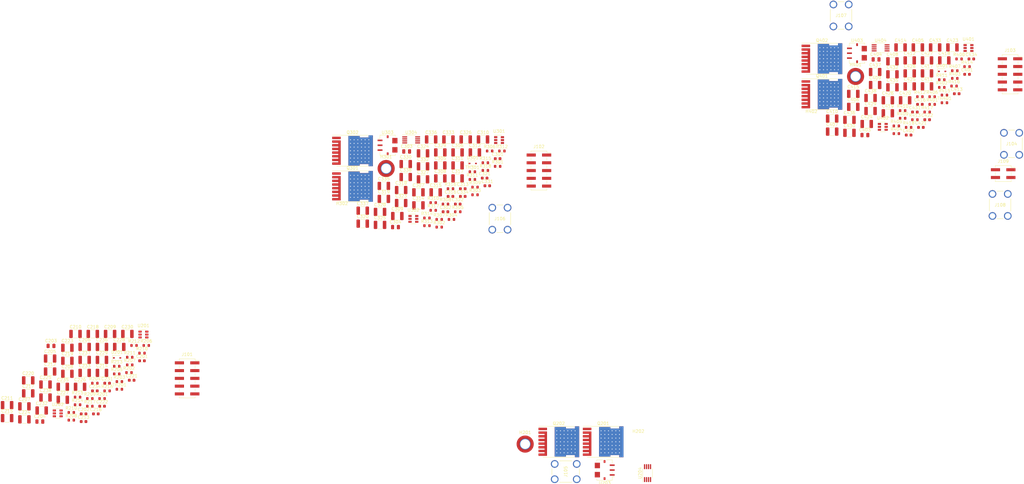
<source format=kicad_pcb>
(kicad_pcb (version 20171130) (host pcbnew "(5.1.10)-1")
  (title_block (title "UNIMOC Hardware 4850") (date 2021-05-26) (rev 2) (company "Thunderdrive GmbH") (comment 4 "Autor: Alexander Evers <tecnologic86@gmail.com>"))
  (layers (0 Top signal) (1 Signal signal) (2 GND power) (31 Bottom_VCC power) (34 B.Paste user) (35 F.Paste user) (36 B.SilkS user) (37 F.SilkS user hide) (38 B.Mask user) (39 F.Mask user) (44 Edge.Cuts user))
  (net 0 "")
  (net 1 GNDPWR)
  (net 2 +BATT)
  (net 3 /phase_a/Phase-)
  (net 4 /phase_b/Phase-)
  (net 5 /phase_c/Phase-)
  (net 6 /phase_a/Phase+)
  (net 7 /phase_b/Phase+)
  (net 8 /phase_c/Phase+)
  (net 9 "Net-(C201-Pad1)")
  (net 10 "Net-(C202-Pad1)")
  (net 11 /phase_a/GNDA)
  (net 12 /phase_a/+5V)
  (net 13 "Net-(C216-Pad1)")
  (net 14 "Net-(C221-Pad2)")
  (net 15 /phase_a/I-)
  (net 16 "Net-(C222-Pad2)")
  (net 17 /phase_a/I+)
  (net 18 "Net-(C234-Pad1)")
  (net 19 "Net-(C301-Pad1)")
  (net 20 "Net-(C302-Pad1)")
  (net 21 /phase_b/GNDA)
  (net 22 /phase_b/+5V)
  (net 23 "Net-(C316-Pad1)")
  (net 24 "Net-(C321-Pad2)")
  (net 25 /phase_b/I-)
  (net 26 "Net-(C322-Pad2)")
  (net 27 /phase_b/I+)
  (net 28 "Net-(C334-Pad1)")
  (net 29 "Net-(C401-Pad1)")
  (net 30 "Net-(C402-Pad1)")
  (net 31 /phase_c/GNDA)
  (net 32 /phase_c/+5V)
  (net 33 "Net-(C416-Pad1)")
  (net 34 "Net-(C421-Pad2)")
  (net 35 /phase_c/I-)
  (net 36 "Net-(C422-Pad2)")
  (net 37 /phase_c/I+)
  (net 38 "Net-(C434-Pad1)")
  (net 39 /phase_a/+12V)
  (net 40 "Net-(D201-Pad1)")
  (net 41 /phase_b/+12V)
  (net 42 "Net-(D301-Pad1)")
  (net 43 /phase_c/+12V)
  (net 44 "Net-(D401-Pad1)")
  (net 45 /phase_a/T+)
  (net 46 /phase_a/T-)
  (net 47 /phase_a/V)
  (net 48 /phase_a/PwmH)
  (net 49 /phase_a/PwmL)
  (net 50 /phase_b/T+)
  (net 51 /phase_b/T-)
  (net 52 /phase_b/V)
  (net 53 /phase_b/PwmH)
  (net 54 /phase_b/PwmL)
  (net 55 /phase_c/T+)
  (net 56 /phase_c/T-)
  (net 57 /phase_c/V)
  (net 58 /phase_c/PwmH)
  (net 59 /phase_c/PwmL)
  (net 60 "Net-(Q201-Pad1)")
  (net 61 "Net-(Q202-Pad1)")
  (net 62 "Net-(Q301-Pad1)")
  (net 63 "Net-(Q302-Pad1)")
  (net 64 "Net-(Q401-Pad1)")
  (net 65 "Net-(Q402-Pad1)")
  (net 66 "Net-(R201-Pad1)")
  (net 67 "Net-(R202-Pad1)")
  (net 68 "Net-(R203-Pad1)")
  (net 69 "Net-(R204-Pad1)")
  (net 70 "Net-(R205-Pad2)")
  (net 71 "Net-(R206-Pad2)")
  (net 72 "Net-(R207-Pad2)")
  (net 73 "Net-(R208-Pad2)")
  (net 74 "Net-(R215-Pad2)")
  (net 75 "Net-(R301-Pad1)")
  (net 76 "Net-(R302-Pad1)")
  (net 77 "Net-(R303-Pad1)")
  (net 78 "Net-(R304-Pad1)")
  (net 79 "Net-(R305-Pad2)")
  (net 80 "Net-(R306-Pad2)")
  (net 81 "Net-(R307-Pad2)")
  (net 82 "Net-(R308-Pad2)")
  (net 83 "Net-(R315-Pad2)")
  (net 84 "Net-(R401-Pad1)")
  (net 85 "Net-(R402-Pad1)")
  (net 86 "Net-(R403-Pad1)")
  (net 87 "Net-(R404-Pad1)")
  (net 88 "Net-(R405-Pad2)")
  (net 89 "Net-(R406-Pad2)")
  (net 90 "Net-(R407-Pad2)")
  (net 91 "Net-(R408-Pad2)")
  (net 92 "Net-(R415-Pad2)")
  (module Package_SO:MSOP-8_3x3mm_P0.65mm (layer Top) (at 197.18 -67.15)
    (fp_text reference U404 (at 0 -2.45) (layer F.SilkS))
    (fp_text value MCP6D11-EMS)
    (pad 8 smd roundrect (at 2.1125 -0.975) (size 1.625 0.4) (layers Top F.Paste F.Mask) (net 34 "Net-(C421-Pad2)"))
    (pad 7 smd roundrect (at 2.1125 -0.325) (size 1.625 0.4) (layers Top F.Paste F.Mask) (net 32 /phase_c/+5V))
    (pad 6 smd roundrect (at 2.1125 0.325) (size 1.625 0.4) (layers Top F.Paste F.Mask) (net 31 /phase_c/GNDA))
    (pad 5 smd roundrect (at 2.1125 0.975) (size 1.625 0.4) (layers Top F.Paste F.Mask) (net 35 /phase_c/I-))
    (pad 4 smd roundrect (at -2.1125 0.975) (size 1.625 0.4) (layers Top F.Paste F.Mask) (net 37 /phase_c/I+))
    (pad 3 smd roundrect (at -2.1125 0.325) (size 1.625 0.4) (layers Top F.Paste F.Mask) (net 32 /phase_c/+5V))
    (pad 2 smd roundrect (at -2.1125 -0.325) (size 1.625 0.4) (layers Top F.Paste F.Mask) (net 38 "Net-(C434-Pad1)"))
    (pad 1 smd roundrect (at -2.1125 -0.975) (size 1.625 0.4) (layers Top F.Paste F.Mask) (net 36 "Net-(C422-Pad2)"))
  )
  (module Sensor_Current:Allegro_PSOF-7_4.8x6.4mm_P1.60mm (layer Top) (at 189.45 -65.4)
    (fp_text reference U403 (at 0 -4.2) (layer F.SilkS))
    (fp_text value ACS72981KLATR-150B5)
    (pad 6 smd rect (at 2.4 -1.5) (size 1.7 1.8) (layers Top F.Paste F.Mask) (net 5 /phase_c/Phase-))
    (pad 5 smd rect (at 2.4 1.5) (size 1.7 1.8) (layers Top F.Paste F.Mask) (net 8 /phase_c/Phase+))
    (pad 7 smd rect (at 0.05 -2.8) (size 0.6 0.9) (layers Top F.Paste F.Mask) (net 31 /phase_c/GNDA))
    (pad 4 smd rect (at 0.05 2.8) (size 0.6 0.9) (layers Top F.Paste F.Mask) (net 31 /phase_c/GNDA))
    (pad 3 smd rect (at -2.45 1.6) (size 1.6 0.5) (layers Top F.Paste F.Mask) (net 92 "Net-(R415-Pad2)"))
    (pad 2 smd rect (at -2.45 0) (size 1.6 0.5) (layers Top F.Paste F.Mask) (net 31 /phase_c/GNDA))
    (pad 1 smd rect (at -2.45 -1.6) (size 1.6 0.5) (layers Top F.Paste F.Mask) (net 32 /phase_c/+5V))
  )
  (module Package_TO_SOT_SMD:SOT-23-6 (layer Top) (at 197.9 -41.3)
    (fp_text reference U402 (at 0 -2.9) (layer F.SilkS))
    (fp_text value 1EDN7550B)
    (pad 5 smd rect (at 1.1 0) (size 1.06 0.65) (layers Top F.Paste F.Mask) (net 90 "Net-(R407-Pad2)"))
    (pad 6 smd rect (at 1.1 -0.95) (size 1.06 0.65) (layers Top F.Paste F.Mask) (net 91 "Net-(R408-Pad2)"))
    (pad 4 smd rect (at 1.1 0.95) (size 1.06 0.65) (layers Top F.Paste F.Mask) (net 30 "Net-(C402-Pad1)"))
    (pad 3 smd rect (at -1.1 0.95) (size 1.06 0.65) (layers Top F.Paste F.Mask) (net 86 "Net-(R403-Pad1)"))
    (pad 2 smd rect (at -1.1 0) (size 1.06 0.65) (layers Top F.Paste F.Mask) (net 1 GNDPWR))
    (pad 1 smd rect (at -1.1 -0.95) (size 1.06 0.65) (layers Top F.Paste F.Mask) (net 87 "Net-(R404-Pad1)"))
  )
  (module Package_TO_SOT_SMD:SOT-23-6 (layer Top) (at 225.91 -67.1)
    (fp_text reference U401 (at 0 -2.9) (layer F.SilkS))
    (fp_text value 1EDN7550B)
    (pad 5 smd rect (at 1.1 0) (size 1.06 0.65) (layers Top F.Paste F.Mask) (net 88 "Net-(R405-Pad2)"))
    (pad 6 smd rect (at 1.1 -0.95) (size 1.06 0.65) (layers Top F.Paste F.Mask) (net 89 "Net-(R406-Pad2)"))
    (pad 4 smd rect (at 1.1 0.95) (size 1.06 0.65) (layers Top F.Paste F.Mask) (net 29 "Net-(C401-Pad1)"))
    (pad 3 smd rect (at -1.1 0.95) (size 1.06 0.65) (layers Top F.Paste F.Mask) (net 84 "Net-(R401-Pad1)"))
    (pad 2 smd rect (at -1.1 0) (size 1.06 0.65) (layers Top F.Paste F.Mask) (net 8 /phase_c/Phase+))
    (pad 1 smd rect (at -1.1 -0.95) (size 1.06 0.65) (layers Top F.Paste F.Mask) (net 85 "Net-(R402-Pad1)"))
  )
  (module Package_SO:MSOP-8_3x3mm_P0.65mm (layer Top) (at 43.74 -37.03)
    (fp_text reference U304 (at 0 -2.45) (layer F.SilkS))
    (fp_text value MCP6D11-EMS)
    (pad 8 smd roundrect (at 2.1125 -0.975) (size 1.625 0.4) (layers Top F.Paste F.Mask) (net 24 "Net-(C321-Pad2)"))
    (pad 7 smd roundrect (at 2.1125 -0.325) (size 1.625 0.4) (layers Top F.Paste F.Mask) (net 22 /phase_b/+5V))
    (pad 6 smd roundrect (at 2.1125 0.325) (size 1.625 0.4) (layers Top F.Paste F.Mask) (net 21 /phase_b/GNDA))
    (pad 5 smd roundrect (at 2.1125 0.975) (size 1.625 0.4) (layers Top F.Paste F.Mask) (net 25 /phase_b/I-))
    (pad 4 smd roundrect (at -2.1125 0.975) (size 1.625 0.4) (layers Top F.Paste F.Mask) (net 27 /phase_b/I+))
    (pad 3 smd roundrect (at -2.1125 0.325) (size 1.625 0.4) (layers Top F.Paste F.Mask) (net 22 /phase_b/+5V))
    (pad 2 smd roundrect (at -2.1125 -0.325) (size 1.625 0.4) (layers Top F.Paste F.Mask) (net 28 "Net-(C334-Pad1)"))
    (pad 1 smd roundrect (at -2.1125 -0.975) (size 1.625 0.4) (layers Top F.Paste F.Mask) (net 26 "Net-(C322-Pad2)"))
  )
  (module Sensor_Current:Allegro_PSOF-7_4.8x6.4mm_P1.60mm (layer Top) (at 36.01 -35.28)
    (fp_text reference U303 (at 0 -4.2) (layer F.SilkS))
    (fp_text value ACS72981KLATR-150B5)
    (pad 6 smd rect (at 2.4 -1.5) (size 1.7 1.8) (layers Top F.Paste F.Mask) (net 4 /phase_b/Phase-))
    (pad 5 smd rect (at 2.4 1.5) (size 1.7 1.8) (layers Top F.Paste F.Mask) (net 7 /phase_b/Phase+))
    (pad 7 smd rect (at 0.05 -2.8) (size 0.6 0.9) (layers Top F.Paste F.Mask) (net 21 /phase_b/GNDA))
    (pad 4 smd rect (at 0.05 2.8) (size 0.6 0.9) (layers Top F.Paste F.Mask) (net 21 /phase_b/GNDA))
    (pad 3 smd rect (at -2.45 1.6) (size 1.6 0.5) (layers Top F.Paste F.Mask) (net 83 "Net-(R315-Pad2)"))
    (pad 2 smd rect (at -2.45 0) (size 1.6 0.5) (layers Top F.Paste F.Mask) (net 21 /phase_b/GNDA))
    (pad 1 smd rect (at -2.45 -1.6) (size 1.6 0.5) (layers Top F.Paste F.Mask) (net 22 /phase_b/+5V))
  )
  (module Package_TO_SOT_SMD:SOT-23-6 (layer Top) (at 44.46 -11.18)
    (fp_text reference U302 (at 0 -2.9) (layer F.SilkS))
    (fp_text value 1EDN7550B)
    (pad 5 smd rect (at 1.1 0) (size 1.06 0.65) (layers Top F.Paste F.Mask) (net 81 "Net-(R307-Pad2)"))
    (pad 6 smd rect (at 1.1 -0.95) (size 1.06 0.65) (layers Top F.Paste F.Mask) (net 82 "Net-(R308-Pad2)"))
    (pad 4 smd rect (at 1.1 0.95) (size 1.06 0.65) (layers Top F.Paste F.Mask) (net 20 "Net-(C302-Pad1)"))
    (pad 3 smd rect (at -1.1 0.95) (size 1.06 0.65) (layers Top F.Paste F.Mask) (net 77 "Net-(R303-Pad1)"))
    (pad 2 smd rect (at -1.1 0) (size 1.06 0.65) (layers Top F.Paste F.Mask) (net 1 GNDPWR))
    (pad 1 smd rect (at -1.1 -0.95) (size 1.06 0.65) (layers Top F.Paste F.Mask) (net 78 "Net-(R304-Pad1)"))
  )
  (module Package_TO_SOT_SMD:SOT-23-6 (layer Top) (at 72.47 -36.98)
    (fp_text reference U301 (at 0 -2.9) (layer F.SilkS))
    (fp_text value 1EDN7550B)
    (pad 5 smd rect (at 1.1 0) (size 1.06 0.65) (layers Top F.Paste F.Mask) (net 79 "Net-(R305-Pad2)"))
    (pad 6 smd rect (at 1.1 -0.95) (size 1.06 0.65) (layers Top F.Paste F.Mask) (net 80 "Net-(R306-Pad2)"))
    (pad 4 smd rect (at 1.1 0.95) (size 1.06 0.65) (layers Top F.Paste F.Mask) (net 19 "Net-(C301-Pad1)"))
    (pad 3 smd rect (at -1.1 0.95) (size 1.06 0.65) (layers Top F.Paste F.Mask) (net 75 "Net-(R301-Pad1)"))
    (pad 2 smd rect (at -1.1 0) (size 1.06 0.65) (layers Top F.Paste F.Mask) (net 7 /phase_b/Phase+))
    (pad 1 smd rect (at -1.1 -0.95) (size 1.06 0.65) (layers Top F.Paste F.Mask) (net 76 "Net-(R302-Pad1)"))
  )
  (module Package_SO:MSOP-8_3x3mm_P0.65mm (layer Top) (at 121 72 90)
    (fp_text reference U204 (at 0 -2.45 90) (layer F.SilkS))
    (fp_text value MCP6D11-EMS)
    (pad 8 smd roundrect (at 2.1125 -0.975 90) (size 1.625 0.4) (layers Top F.Paste F.Mask) (net 14 "Net-(C221-Pad2)"))
    (pad 7 smd roundrect (at 2.1125 -0.325 90) (size 1.625 0.4) (layers Top F.Paste F.Mask) (net 12 /phase_a/+5V))
    (pad 6 smd roundrect (at 2.1125 0.325 90) (size 1.625 0.4) (layers Top F.Paste F.Mask) (net 11 /phase_a/GNDA))
    (pad 5 smd roundrect (at 2.1125 0.975 90) (size 1.625 0.4) (layers Top F.Paste F.Mask) (net 15 /phase_a/I-))
    (pad 4 smd roundrect (at -2.1125 0.975 90) (size 1.625 0.4) (layers Top F.Paste F.Mask) (net 17 /phase_a/I+))
    (pad 3 smd roundrect (at -2.1125 0.325 90) (size 1.625 0.4) (layers Top F.Paste F.Mask) (net 12 /phase_a/+5V))
    (pad 2 smd roundrect (at -2.1125 -0.325 90) (size 1.625 0.4) (layers Top F.Paste F.Mask) (net 18 "Net-(C234-Pad1)"))
    (pad 1 smd roundrect (at -2.1125 -0.975 90) (size 1.625 0.4) (layers Top F.Paste F.Mask) (net 16 "Net-(C222-Pad2)"))
  )
  (module Sensor_Current:Allegro_PSOF-7_4.8x6.4mm_P1.60mm (layer Top) (at 107 71 180)
    (fp_text reference U203 (at 0 -4.2) (layer F.SilkS))
    (fp_text value ACS72981KLATR-150B5)
    (pad 6 smd rect (at 2.4 -1.5 180) (size 1.7 1.8) (layers Top F.Paste F.Mask) (net 3 /phase_a/Phase-))
    (pad 5 smd rect (at 2.4 1.5 180) (size 1.7 1.8) (layers Top F.Paste F.Mask) (net 6 /phase_a/Phase+))
    (pad 7 smd rect (at 0.05 -2.8 180) (size 0.6 0.9) (layers Top F.Paste F.Mask) (net 11 /phase_a/GNDA))
    (pad 4 smd rect (at 0.05 2.8 180) (size 0.6 0.9) (layers Top F.Paste F.Mask) (net 11 /phase_a/GNDA))
    (pad 3 smd rect (at -2.45 1.6 180) (size 1.6 0.5) (layers Top F.Paste F.Mask) (net 74 "Net-(R215-Pad2)"))
    (pad 2 smd rect (at -2.45 0 180) (size 1.6 0.5) (layers Top F.Paste F.Mask) (net 11 /phase_a/GNDA))
    (pad 1 smd rect (at -2.45 -1.6 180) (size 1.6 0.5) (layers Top F.Paste F.Mask) (net 12 /phase_a/+5V))
  )
  (module Package_TO_SOT_SMD:SOT-23-6 (layer Top) (at -71.79 52.45)
    (fp_text reference U202 (at 0 -2.9) (layer F.SilkS))
    (fp_text value 1EDN7550B)
    (pad 5 smd rect (at 1.1 0) (size 1.06 0.65) (layers Top F.Paste F.Mask) (net 72 "Net-(R207-Pad2)"))
    (pad 6 smd rect (at 1.1 -0.95) (size 1.06 0.65) (layers Top F.Paste F.Mask) (net 73 "Net-(R208-Pad2)"))
    (pad 4 smd rect (at 1.1 0.95) (size 1.06 0.65) (layers Top F.Paste F.Mask) (net 10 "Net-(C202-Pad1)"))
    (pad 3 smd rect (at -1.1 0.95) (size 1.06 0.65) (layers Top F.Paste F.Mask) (net 68 "Net-(R203-Pad1)"))
    (pad 2 smd rect (at -1.1 0) (size 1.06 0.65) (layers Top F.Paste F.Mask) (net 1 GNDPWR))
    (pad 1 smd rect (at -1.1 -0.95) (size 1.06 0.65) (layers Top F.Paste F.Mask) (net 69 "Net-(R204-Pad1)"))
  )
  (module Package_TO_SOT_SMD:SOT-23-6 (layer Top) (at -43.78 26.65)
    (fp_text reference U201 (at 0 -2.9) (layer F.SilkS))
    (fp_text value 1EDN7550B)
    (pad 5 smd rect (at 1.1 0) (size 1.06 0.65) (layers Top F.Paste F.Mask) (net 70 "Net-(R205-Pad2)"))
    (pad 6 smd rect (at 1.1 -0.95) (size 1.06 0.65) (layers Top F.Paste F.Mask) (net 71 "Net-(R206-Pad2)"))
    (pad 4 smd rect (at 1.1 0.95) (size 1.06 0.65) (layers Top F.Paste F.Mask) (net 9 "Net-(C201-Pad1)"))
    (pad 3 smd rect (at -1.1 0.95) (size 1.06 0.65) (layers Top F.Paste F.Mask) (net 66 "Net-(R201-Pad1)"))
    (pad 2 smd rect (at -1.1 0) (size 1.06 0.65) (layers Top F.Paste F.Mask) (net 6 /phase_a/Phase+))
    (pad 1 smd rect (at -1.1 -0.95) (size 1.06 0.65) (layers Top F.Paste F.Mask) (net 67 "Net-(R202-Pad1)"))
  )
  (module Resistor_SMD:R_0603_1608Metric (layer Top) (at 218.05 -49.19)
    (fp_text reference TH401 (at 0 -1.43) (layer F.SilkS))
    (fp_text value "NTC 10k")
    (pad 2 smd roundrect (at 0.825 0) (size 0.8 0.95) (layers Top F.Paste F.Mask) (net 56 /phase_c/T-))
    (pad 1 smd roundrect (at -0.825 0) (size 0.8 0.95) (layers Top F.Paste F.Mask) (net 55 /phase_c/T+))
  )
  (module Resistor_SMD:R_0603_1608Metric (layer Top) (at 63.74 -26.6)
    (fp_text reference TH301 (at 0 -1.43) (layer F.SilkS))
    (fp_text value "NTC 10k")
    (pad 2 smd roundrect (at 0.825 0) (size 0.8 0.95) (layers Top F.Paste F.Mask) (net 51 /phase_b/T-))
    (pad 1 smd roundrect (at -0.825 0) (size 0.8 0.95) (layers Top F.Paste F.Mask) (net 50 /phase_b/T+))
  )
  (module Resistor_SMD:R_0603_1608Metric (layer Top) (at -51.64 44.56)
    (fp_text reference TH201 (at 0 -1.43) (layer F.SilkS))
    (fp_text value "NTC 10k")
    (pad 2 smd roundrect (at 0.825 0) (size 0.8 0.95) (layers Top F.Paste F.Mask) (net 46 /phase_a/T-))
    (pad 1 smd roundrect (at -0.825 0) (size 0.8 0.95) (layers Top F.Paste F.Mask) (net 45 /phase_a/T+))
  )
  (module Resistor_SMD:R_0603_1608Metric (layer Top) (at 206.34 -41.13)
    (fp_text reference R418 (at 0 -1.43) (layer F.SilkS))
    (fp_text value 10k)
    (pad 2 smd roundrect (at 0.825 0) (size 0.8 0.95) (layers Top F.Paste F.Mask) (net 36 "Net-(C422-Pad2)"))
    (pad 1 smd roundrect (at -0.825 0) (size 0.8 0.95) (layers Top F.Paste F.Mask) (net 37 /phase_c/I+))
  )
  (module Resistor_SMD:R_0603_1608Metric (layer Top) (at 212.4 -46.15)
    (fp_text reference R417 (at 0 -1.43) (layer F.SilkS))
    (fp_text value 10k)
    (pad 2 smd roundrect (at 0.825 0) (size 0.8 0.95) (layers Top F.Paste F.Mask) (net 34 "Net-(C421-Pad2)"))
    (pad 1 smd roundrect (at -0.825 0) (size 0.8 0.95) (layers Top F.Paste F.Mask) (net 35 /phase_c/I-))
  )
  (module Resistor_SMD:R_0603_1608Metric (layer Top) (at 221.19 -54.65)
    (fp_text reference R416 (at 0 -1.43) (layer F.SilkS))
    (fp_text value 4k7)
    (pad 2 smd roundrect (at 0.825 0) (size 0.8 0.95) (layers Top F.Paste F.Mask) (net 33 "Net-(C416-Pad1)"))
    (pad 1 smd roundrect (at -0.825 0) (size 0.8 0.95) (layers Top F.Paste F.Mask) (net 36 "Net-(C422-Pad2)"))
  )
  (module Resistor_SMD:R_0603_1608Metric (layer Top) (at 218.05 -51.7)
    (fp_text reference R415 (at 0 -1.43) (layer F.SilkS))
    (fp_text value 4k7)
    (pad 2 smd roundrect (at 0.825 0) (size 0.8 0.95) (layers Top F.Paste F.Mask) (net 92 "Net-(R415-Pad2)"))
    (pad 1 smd roundrect (at -0.825 0) (size 0.8 0.95) (layers Top F.Paste F.Mask) (net 34 "Net-(C421-Pad2)"))
  )
  (module Resistor_SMD:R_0603_1608Metric (layer Top) (at 225.44 -61.01)
    (fp_text reference R414 (at 0 -1.43) (layer F.SilkS))
    (fp_text value 1k)
    (pad 2 smd roundrect (at 0.825 0) (size 0.8 0.95) (layers Top F.Paste F.Mask) (net 31 /phase_c/GNDA))
    (pad 1 smd roundrect (at -0.825 0) (size 0.8 0.95) (layers Top F.Paste F.Mask) (net 33 "Net-(C416-Pad1)"))
  )
  (module Resistor_SMD:R_0603_1608Metric (layer Top) (at 208.39 -43.64)
    (fp_text reference R413 (at 0 -1.43) (layer F.SilkS))
    (fp_text value 1k)
    (pad 2 smd roundrect (at 0.825 0) (size 0.8 0.95) (layers Top F.Paste F.Mask) (net 33 "Net-(C416-Pad1)"))
    (pad 1 smd roundrect (at -0.825 0) (size 0.8 0.95) (layers Top F.Paste F.Mask) (net 32 /phase_c/+5V))
  )
  (module Resistor_SMD:R_0603_1608Metric (layer Top) (at 210.03 -51.17)
    (fp_text reference R412 (at 0 -1.43) (layer F.SilkS))
    (fp_text value 1k)
    (pad 2 smd roundrect (at 0.825 0) (size 0.8 0.95) (layers Top F.Paste F.Mask) (net 31 /phase_c/GNDA))
    (pad 1 smd roundrect (at -0.825 0) (size 0.8 0.95) (layers Top F.Paste F.Mask) (net 57 /phase_c/V))
  )
  (module Resistor_SMD:R_0603_1608Metric (layer Top) (at 217.18 -56.72)
    (fp_text reference R411 (at 0 -1.43) (layer F.SilkS))
    (fp_text value 33k)
    (pad 2 smd roundrect (at 0.825 0) (size 0.8 0.95) (layers Top F.Paste F.Mask) (net 57 /phase_c/V))
    (pad 1 smd roundrect (at -0.825 0) (size 0.8 0.95) (layers Top F.Paste F.Mask) (net 8 /phase_c/Phase+))
  )
  (module Resistor_SMD:R_0603_1608Metric (layer Top) (at 204.38 -46.62)
    (fp_text reference R410 (at 0 -1.43) (layer F.SilkS))
    (fp_text value 10R)
    (pad 2 smd roundrect (at 0.825 0) (size 0.8 0.95) (layers Top F.Paste F.Mask) (net 43 /phase_c/+12V))
    (pad 1 smd roundrect (at -0.825 0) (size 0.8 0.95) (layers Top F.Paste F.Mask) (net 30 "Net-(C402-Pad1)"))
  )
  (module Resistor_SMD:R_0603_1608Metric (layer Top) (at 204.38 -44.11)
    (fp_text reference R409 (at 0 -1.43) (layer F.SilkS))
    (fp_text value 10R)
    (pad 2 smd roundrect (at 0.825 0) (size 0.8 0.95) (layers Top F.Paste F.Mask) (net 44 "Net-(D401-Pad1)"))
    (pad 1 smd roundrect (at -0.825 0) (size 0.8 0.95) (layers Top F.Paste F.Mask) (net 29 "Net-(C401-Pad1)"))
  )
  (module Resistor_SMD:R_0603_1608Metric (layer Top) (at 222.83 -63.52)
    (fp_text reference R408 (at 0 -1.43) (layer F.SilkS))
    (fp_text value 1R)
    (pad 2 smd roundrect (at 0.825 0) (size 0.8 0.95) (layers Top F.Paste F.Mask) (net 91 "Net-(R408-Pad2)"))
    (pad 1 smd roundrect (at -0.825 0) (size 0.8 0.95) (layers Top F.Paste F.Mask) (net 65 "Net-(Q402-Pad1)"))
  )
  (module Resistor_SMD:R_0603_1608Metric (layer Top) (at 221.43 -59.67)
    (fp_text reference R407 (at 0 -1.43) (layer F.SilkS))
    (fp_text value 1R)
    (pad 2 smd roundrect (at 0.825 0) (size 0.8 0.95) (layers Top F.Paste F.Mask) (net 90 "Net-(R407-Pad2)"))
    (pad 1 smd roundrect (at -0.825 0) (size 0.8 0.95) (layers Top F.Paste F.Mask) (net 65 "Net-(Q402-Pad1)"))
  )
  (module Resistor_SMD:R_0603_1608Metric (layer Top) (at 214.04 -51.17)
    (fp_text reference R406 (at 0 -1.43) (layer F.SilkS))
    (fp_text value 1R)
    (pad 2 smd roundrect (at 0.825 0) (size 0.8 0.95) (layers Top F.Paste F.Mask) (net 89 "Net-(R406-Pad2)"))
    (pad 1 smd roundrect (at -0.825 0) (size 0.8 0.95) (layers Top F.Paste F.Mask) (net 64 "Net-(Q401-Pad1)"))
  )
  (module Resistor_SMD:R_0603_1608Metric (layer Top) (at 202.33 -41.6)
    (fp_text reference R405 (at 0 -1.43) (layer F.SilkS))
    (fp_text value 1R)
    (pad 2 smd roundrect (at 0.825 0) (size 0.8 0.95) (layers Top F.Paste F.Mask) (net 88 "Net-(R405-Pad2)"))
    (pad 1 smd roundrect (at -0.825 0) (size 0.8 0.95) (layers Top F.Paste F.Mask) (net 64 "Net-(Q401-Pad1)"))
  )
  (module Resistor_SMD:R_0603_1608Metric (layer Top) (at 202.33 -39.09)
    (fp_text reference R404 (at 0 -1.43) (layer F.SilkS))
    (fp_text value 33k)
    (pad 2 smd roundrect (at 0.825 0) (size 0.8 0.95) (layers Top F.Paste F.Mask) (net 58 /phase_c/PwmH))
    (pad 1 smd roundrect (at -0.825 0) (size 0.8 0.95) (layers Top F.Paste F.Mask) (net 87 "Net-(R404-Pad1)"))
  )
  (module Resistor_SMD:R_0603_1608Metric (layer Top) (at 221.43 -57.16)
    (fp_text reference R403 (at 0 -1.43) (layer F.SilkS))
    (fp_text value 33k)
    (pad 2 smd roundrect (at 0.825 0) (size 0.8 0.95) (layers Top F.Paste F.Mask) (net 59 /phase_c/PwmL))
    (pad 1 smd roundrect (at -0.825 0) (size 0.8 0.95) (layers Top F.Paste F.Mask) (net 86 "Net-(R403-Pad1)"))
  )
  (module Resistor_SMD:R_0603_1608Metric (layer Top) (at 217.18 -54.21)
    (fp_text reference R402 (at 0 -1.43) (layer F.SilkS))
    (fp_text value 33k)
    (pad 2 smd roundrect (at 0.825 0) (size 0.8 0.95) (layers Top F.Paste F.Mask) (net 59 /phase_c/PwmL))
    (pad 1 smd roundrect (at -0.825 0) (size 0.8 0.95) (layers Top F.Paste F.Mask) (net 85 "Net-(R402-Pad1)"))
  )
  (module Resistor_SMD:R_0603_1608Metric (layer Top) (at 214.04 -48.66)
    (fp_text reference R401 (at 0 -1.43) (layer F.SilkS))
    (fp_text value 33k)
    (pad 2 smd roundrect (at 0.825 0) (size 0.8 0.95) (layers Top F.Paste F.Mask) (net 58 /phase_c/PwmH))
    (pad 1 smd roundrect (at -0.825 0) (size 0.8 0.95) (layers Top F.Paste F.Mask) (net 84 "Net-(R401-Pad1)"))
  )
  (module Resistor_SMD:R_0603_1608Metric (layer Top) (at 67.99 -27.04)
    (fp_text reference R318 (at 0 -1.43) (layer F.SilkS))
    (fp_text value 10k)
    (pad 2 smd roundrect (at 0.825 0) (size 0.8 0.95) (layers Top F.Paste F.Mask) (net 26 "Net-(C322-Pad2)"))
    (pad 1 smd roundrect (at -0.825 0) (size 0.8 0.95) (layers Top F.Paste F.Mask) (net 27 /phase_b/I+))
  )
  (module Resistor_SMD:R_0603_1608Metric (layer Top) (at 50.94 -13.99)
    (fp_text reference R317 (at 0 -1.43) (layer F.SilkS))
    (fp_text value 10k)
    (pad 2 smd roundrect (at 0.825 0) (size 0.8 0.95) (layers Top F.Paste F.Mask) (net 24 "Net-(C321-Pad2)"))
    (pad 1 smd roundrect (at -0.825 0) (size 0.8 0.95) (layers Top F.Paste F.Mask) (net 25 /phase_b/I-))
  )
  (module Resistor_SMD:R_0603_1608Metric (layer Top) (at 56.59 -21.05)
    (fp_text reference R316 (at 0 -1.43) (layer F.SilkS))
    (fp_text value 4k7)
    (pad 2 smd roundrect (at 0.825 0) (size 0.8 0.95) (layers Top F.Paste F.Mask) (net 23 "Net-(C316-Pad1)"))
    (pad 1 smd roundrect (at -0.825 0) (size 0.8 0.95) (layers Top F.Paste F.Mask) (net 26 "Net-(C322-Pad2)"))
  )
  (module Resistor_SMD:R_0603_1608Metric (layer Top) (at 67.99 -29.55)
    (fp_text reference R315 (at 0 -1.43) (layer F.SilkS))
    (fp_text value 4k7)
    (pad 2 smd roundrect (at 0.825 0) (size 0.8 0.95) (layers Top F.Paste F.Mask) (net 83 "Net-(R315-Pad2)"))
    (pad 1 smd roundrect (at -0.825 0) (size 0.8 0.95) (layers Top F.Paste F.Mask) (net 24 "Net-(C321-Pad2)"))
  )
  (module Resistor_SMD:R_0603_1608Metric (layer Top) (at 48.89 -11.48)
    (fp_text reference R314 (at 0 -1.43) (layer F.SilkS))
    (fp_text value 1k)
    (pad 2 smd roundrect (at 0.825 0) (size 0.8 0.95) (layers Top F.Paste F.Mask) (net 21 /phase_b/GNDA))
    (pad 1 smd roundrect (at -0.825 0) (size 0.8 0.95) (layers Top F.Paste F.Mask) (net 23 "Net-(C316-Pad1)"))
  )
  (module Resistor_SMD:R_0603_1608Metric (layer Top) (at 48.89 -8.97)
    (fp_text reference R313 (at 0 -1.43) (layer F.SilkS))
    (fp_text value 1k)
    (pad 2 smd roundrect (at 0.825 0) (size 0.8 0.95) (layers Top F.Paste F.Mask) (net 23 "Net-(C316-Pad1)"))
    (pad 1 smd roundrect (at -0.825 0) (size 0.8 0.95) (layers Top F.Paste F.Mask) (net 22 /phase_b/+5V))
  )
  (module Resistor_SMD:R_0603_1608Metric (layer Top) (at 73.4 -33.4)
    (fp_text reference R312 (at 0 -1.43) (layer F.SilkS))
    (fp_text value 1k)
    (pad 2 smd roundrect (at 0.825 0) (size 0.8 0.95) (layers Top F.Paste F.Mask) (net 21 /phase_b/GNDA))
    (pad 1 smd roundrect (at -0.825 0) (size 0.8 0.95) (layers Top F.Paste F.Mask) (net 52 /phase_b/V))
  )
  (module Resistor_SMD:R_0603_1608Metric (layer Top) (at 63.74 -24.09)
    (fp_text reference R311 (at 0 -1.43) (layer F.SilkS))
    (fp_text value 33k)
    (pad 2 smd roundrect (at 0.825 0) (size 0.8 0.95) (layers Top F.Paste F.Mask) (net 52 /phase_b/V))
    (pad 1 smd roundrect (at -0.825 0) (size 0.8 0.95) (layers Top F.Paste F.Mask) (net 7 /phase_b/Phase+))
  )
  (module Resistor_SMD:R_0603_1608Metric (layer Top) (at 50.94 -16.5)
    (fp_text reference R310 (at 0 -1.43) (layer F.SilkS))
    (fp_text value 10R)
    (pad 2 smd roundrect (at 0.825 0) (size 0.8 0.95) (layers Top F.Paste F.Mask) (net 41 /phase_b/+12V))
    (pad 1 smd roundrect (at -0.825 0) (size 0.8 0.95) (layers Top F.Paste F.Mask) (net 20 "Net-(C302-Pad1)"))
  )
  (module Resistor_SMD:R_0603_1608Metric (layer Top) (at 64.61 -21.58)
    (fp_text reference R309 (at 0 -1.43) (layer F.SilkS))
    (fp_text value 10R)
    (pad 2 smd roundrect (at 0.825 0) (size 0.8 0.95) (layers Top F.Paste F.Mask) (net 42 "Net-(D301-Pad1)"))
    (pad 1 smd roundrect (at -0.825 0) (size 0.8 0.95) (layers Top F.Paste F.Mask) (net 19 "Net-(C301-Pad1)"))
  )
  (module Resistor_SMD:R_0603_1608Metric (layer Top) (at 54.95 -16.03)
    (fp_text reference R308 (at 0 -1.43) (layer F.SilkS))
    (fp_text value 1R)
    (pad 2 smd roundrect (at 0.825 0) (size 0.8 0.95) (layers Top F.Paste F.Mask) (net 82 "Net-(R308-Pad2)"))
    (pad 1 smd roundrect (at -0.825 0) (size 0.8 0.95) (layers Top F.Paste F.Mask) (net 63 "Net-(Q302-Pad1)"))
  )
  (module Resistor_SMD:R_0603_1608Metric (layer Top) (at 52.9 -11.01)
    (fp_text reference R307 (at 0 -1.43) (layer F.SilkS))
    (fp_text value 1R)
    (pad 2 smd roundrect (at 0.825 0) (size 0.8 0.95) (layers Top F.Paste F.Mask) (net 81 "Net-(R307-Pad2)"))
    (pad 1 smd roundrect (at -0.825 0) (size 0.8 0.95) (layers Top F.Paste F.Mask) (net 63 "Net-(Q302-Pad1)"))
  )
  (module Resistor_SMD:R_0603_1608Metric (layer Top) (at 69.39 -33.4)
    (fp_text reference R306 (at 0 -1.43) (layer F.SilkS))
    (fp_text value 1R)
    (pad 2 smd roundrect (at 0.825 0) (size 0.8 0.95) (layers Top F.Paste F.Mask) (net 80 "Net-(R306-Pad2)"))
    (pad 1 smd roundrect (at -0.825 0) (size 0.8 0.95) (layers Top F.Paste F.Mask) (net 62 "Net-(Q301-Pad1)"))
  )
  (module Resistor_SMD:R_0603_1608Metric (layer Top) (at 58.96 -13.52)
    (fp_text reference R305 (at 0 -1.43) (layer F.SilkS))
    (fp_text value 1R)
    (pad 2 smd roundrect (at 0.825 0) (size 0.8 0.95) (layers Top F.Paste F.Mask) (net 79 "Net-(R305-Pad2)"))
    (pad 1 smd roundrect (at -0.825 0) (size 0.8 0.95) (layers Top F.Paste F.Mask) (net 62 "Net-(Q301-Pad1)"))
  )
  (module Resistor_SMD:R_0603_1608Metric (layer Top) (at 56.91 -11.01)
    (fp_text reference R304 (at 0 -1.43) (layer F.SilkS))
    (fp_text value 33k)
    (pad 2 smd roundrect (at 0.825 0) (size 0.8 0.95) (layers Top F.Paste F.Mask) (net 53 /phase_b/PwmH))
    (pad 1 smd roundrect (at -0.825 0) (size 0.8 0.95) (layers Top F.Paste F.Mask) (net 78 "Net-(R304-Pad1)"))
  )
  (module Resistor_SMD:R_0603_1608Metric (layer Top) (at 64.61 -19.07)
    (fp_text reference R303 (at 0 -1.43) (layer F.SilkS))
    (fp_text value 33k)
    (pad 2 smd roundrect (at 0.825 0) (size 0.8 0.95) (layers Top F.Paste F.Mask) (net 54 /phase_b/PwmL))
    (pad 1 smd roundrect (at -0.825 0) (size 0.8 0.95) (layers Top F.Paste F.Mask) (net 77 "Net-(R303-Pad1)"))
  )
  (module Resistor_SMD:R_0603_1608Metric (layer Top) (at 52.9 -8.5)
    (fp_text reference R302 (at 0 -1.43) (layer F.SilkS))
    (fp_text value 33k)
    (pad 2 smd roundrect (at 0.825 0) (size 0.8 0.95) (layers Top F.Paste F.Mask) (net 54 /phase_b/PwmL))
    (pad 1 smd roundrect (at -0.825 0) (size 0.8 0.95) (layers Top F.Paste F.Mask) (net 76 "Net-(R302-Pad1)"))
  )
  (module Resistor_SMD:R_0603_1608Metric (layer Top) (at 72 -28.38)
    (fp_text reference R301 (at 0 -1.43) (layer F.SilkS))
    (fp_text value 33k)
    (pad 2 smd roundrect (at 0.825 0) (size 0.8 0.95) (layers Top F.Paste F.Mask) (net 53 /phase_b/PwmH))
    (pad 1 smd roundrect (at -0.825 0) (size 0.8 0.95) (layers Top F.Paste F.Mask) (net 75 "Net-(R301-Pad1)"))
  )
  (module Resistor_SMD:R_0603_1608Metric (layer Top) (at -44.25 32.74)
    (fp_text reference R218 (at 0 -1.43) (layer F.SilkS))
    (fp_text value 10k)
    (pad 2 smd roundrect (at 0.825 0) (size 0.8 0.95) (layers Top F.Paste F.Mask) (net 16 "Net-(C222-Pad2)"))
    (pad 1 smd roundrect (at -0.825 0) (size 0.8 0.95) (layers Top F.Paste F.Mask) (net 17 /phase_a/I+))
  )
  (module Resistor_SMD:R_0603_1608Metric (layer Top) (at -61.3 50.11)
    (fp_text reference R217 (at 0 -1.43) (layer F.SilkS))
    (fp_text value 10k)
    (pad 2 smd roundrect (at 0.825 0) (size 0.8 0.95) (layers Top F.Paste F.Mask) (net 14 "Net-(C221-Pad2)"))
    (pad 1 smd roundrect (at -0.825 0) (size 0.8 0.95) (layers Top F.Paste F.Mask) (net 15 /phase_a/I-))
  )
  (module Resistor_SMD:R_0603_1608Metric (layer Top) (at -55.65 45.09)
    (fp_text reference R216 (at 0 -1.43) (layer F.SilkS))
    (fp_text value 4k7)
    (pad 2 smd roundrect (at 0.825 0) (size 0.8 0.95) (layers Top F.Paste F.Mask) (net 13 "Net-(C216-Pad1)"))
    (pad 1 smd roundrect (at -0.825 0) (size 0.8 0.95) (layers Top F.Paste F.Mask) (net 16 "Net-(C222-Pad2)"))
  )
  (module Resistor_SMD:R_0603_1608Metric (layer Top) (at -65.31 47.13)
    (fp_text reference R215 (at 0 -1.43) (layer F.SilkS))
    (fp_text value 4k7)
    (pad 2 smd roundrect (at 0.825 0) (size 0.8 0.95) (layers Top F.Paste F.Mask) (net 74 "Net-(R215-Pad2)"))
    (pad 1 smd roundrect (at -0.825 0) (size 0.8 0.95) (layers Top F.Paste F.Mask) (net 14 "Net-(C221-Pad2)"))
  )
  (module Resistor_SMD:R_0603_1608Metric (layer Top) (at -65.31 49.64)
    (fp_text reference R214 (at 0 -1.43) (layer F.SilkS))
    (fp_text value 1k)
    (pad 2 smd roundrect (at 0.825 0) (size 0.8 0.95) (layers Top F.Paste F.Mask) (net 11 /phase_a/GNDA))
    (pad 1 smd roundrect (at -0.825 0) (size 0.8 0.95) (layers Top F.Paste F.Mask) (net 13 "Net-(C216-Pad1)"))
  )
  (module Resistor_SMD:R_0603_1608Metric (layer Top) (at -52.51 37.03)
    (fp_text reference R213 (at 0 -1.43) (layer F.SilkS))
    (fp_text value 1k)
    (pad 2 smd roundrect (at 0.825 0) (size 0.8 0.95) (layers Top F.Paste F.Mask) (net 13 "Net-(C216-Pad1)"))
    (pad 1 smd roundrect (at -0.825 0) (size 0.8 0.95) (layers Top F.Paste F.Mask) (net 12 /phase_a/+5V))
  )
  (module Resistor_SMD:R_0603_1608Metric (layer Top) (at -46.86 30.23)
    (fp_text reference R212 (at 0 -1.43) (layer F.SilkS))
    (fp_text value 1k)
    (pad 2 smd roundrect (at 0.825 0) (size 0.8 0.95) (layers Top F.Paste F.Mask) (net 11 /phase_a/GNDA))
    (pad 1 smd roundrect (at -0.825 0) (size 0.8 0.95) (layers Top F.Paste F.Mask) (net 47 /phase_a/V))
  )
  (module Resistor_SMD:R_0603_1608Metric (layer Top) (at -48.26 34.08)
    (fp_text reference R211 (at 0 -1.43) (layer F.SilkS))
    (fp_text value 33k)
    (pad 2 smd roundrect (at 0.825 0) (size 0.8 0.95) (layers Top F.Paste F.Mask) (net 47 /phase_a/V))
    (pad 1 smd roundrect (at -0.825 0) (size 0.8 0.95) (layers Top F.Paste F.Mask) (net 6 /phase_a/Phase+))
  )
  (module Resistor_SMD:R_0603_1608Metric (layer Top) (at -67.36 52.15)
    (fp_text reference R210 (at 0 -1.43) (layer F.SilkS))
    (fp_text value 10R)
    (pad 2 smd roundrect (at 0.825 0) (size 0.8 0.95) (layers Top F.Paste F.Mask) (net 39 /phase_a/+12V))
    (pad 1 smd roundrect (at -0.825 0) (size 0.8 0.95) (layers Top F.Paste F.Mask) (net 10 "Net-(C202-Pad1)"))
  )
  (module Resistor_SMD:R_0603_1608Metric (layer Top) (at -61.3 47.6)
    (fp_text reference R209 (at 0 -1.43) (layer F.SilkS))
    (fp_text value 10R)
    (pad 2 smd roundrect (at 0.825 0) (size 0.8 0.95) (layers Top F.Paste F.Mask) (net 40 "Net-(D201-Pad1)"))
    (pad 1 smd roundrect (at -0.825 0) (size 0.8 0.95) (layers Top F.Paste F.Mask) (net 9 "Net-(C201-Pad1)"))
  )
  (module Resistor_SMD:R_0603_1608Metric (layer Top) (at -67.36 54.66)
    (fp_text reference R208 (at 0 -1.43) (layer F.SilkS))
    (fp_text value 1R)
    (pad 2 smd roundrect (at 0.825 0) (size 0.8 0.95) (layers Top F.Paste F.Mask) (net 73 "Net-(R208-Pad2)"))
    (pad 1 smd roundrect (at -0.825 0) (size 0.8 0.95) (layers Top F.Paste F.Mask) (net 61 "Net-(Q202-Pad1)"))
  )
  (module Resistor_SMD:R_0603_1608Metric (layer Top) (at -48.26 36.59)
    (fp_text reference R207 (at 0 -1.43) (layer F.SilkS))
    (fp_text value 1R)
    (pad 2 smd roundrect (at 0.825 0) (size 0.8 0.95) (layers Top F.Paste F.Mask) (net 72 "Net-(R207-Pad2)"))
    (pad 1 smd roundrect (at -0.825 0) (size 0.8 0.95) (layers Top F.Paste F.Mask) (net 61 "Net-(Q202-Pad1)"))
  )
  (module Resistor_SMD:R_0603_1608Metric (layer Top) (at -42.85 30.23)
    (fp_text reference R206 (at 0 -1.43) (layer F.SilkS))
    (fp_text value 1R)
    (pad 2 smd roundrect (at 0.825 0) (size 0.8 0.95) (layers Top F.Paste F.Mask) (net 71 "Net-(R206-Pad2)"))
    (pad 1 smd roundrect (at -0.825 0) (size 0.8 0.95) (layers Top F.Paste F.Mask) (net 60 "Net-(Q201-Pad1)"))
  )
  (module Resistor_SMD:R_0603_1608Metric (layer Top) (at -52.51 39.54)
    (fp_text reference R205 (at 0 -1.43) (layer F.SilkS))
    (fp_text value 1R)
    (pad 2 smd roundrect (at 0.825 0) (size 0.8 0.95) (layers Top F.Paste F.Mask) (net 70 "Net-(R205-Pad2)"))
    (pad 1 smd roundrect (at -0.825 0) (size 0.8 0.95) (layers Top F.Paste F.Mask) (net 60 "Net-(Q201-Pad1)"))
  )
  (module Resistor_SMD:R_0603_1608Metric (layer Top) (at -59.66 42.58)
    (fp_text reference R204 (at 0 -1.43) (layer F.SilkS))
    (fp_text value 33k)
    (pad 2 smd roundrect (at 0.825 0) (size 0.8 0.95) (layers Top F.Paste F.Mask) (net 48 /phase_a/PwmH))
    (pad 1 smd roundrect (at -0.825 0) (size 0.8 0.95) (layers Top F.Paste F.Mask) (net 69 "Net-(R204-Pad1)"))
  )
  (module Resistor_SMD:R_0603_1608Metric (layer Top) (at -51.64 42.05)
    (fp_text reference R203 (at 0 -1.43) (layer F.SilkS))
    (fp_text value 33k)
    (pad 2 smd roundrect (at 0.825 0) (size 0.8 0.95) (layers Top F.Paste F.Mask) (net 49 /phase_a/PwmL))
    (pad 1 smd roundrect (at -0.825 0) (size 0.8 0.95) (layers Top F.Paste F.Mask) (net 68 "Net-(R203-Pad1)"))
  )
  (module Resistor_SMD:R_0603_1608Metric (layer Top) (at -48.5 39.1)
    (fp_text reference R202 (at 0 -1.43) (layer F.SilkS))
    (fp_text value 33k)
    (pad 2 smd roundrect (at 0.825 0) (size 0.8 0.95) (layers Top F.Paste F.Mask) (net 49 /phase_a/PwmL))
    (pad 1 smd roundrect (at -0.825 0) (size 0.8 0.95) (layers Top F.Paste F.Mask) (net 67 "Net-(R202-Pad1)"))
  )
  (module Resistor_SMD:R_0603_1608Metric (layer Top) (at -57.29 47.6)
    (fp_text reference R201 (at 0 -1.43) (layer F.SilkS))
    (fp_text value 33k)
    (pad 2 smd roundrect (at 0.825 0) (size 0.8 0.95) (layers Top F.Paste F.Mask) (net 48 /phase_a/PwmH))
    (pad 1 smd roundrect (at -0.825 0) (size 0.8 0.95) (layers Top F.Paste F.Mask) (net 66 "Net-(R201-Pad1)"))
  )
  (module Package_TO_SOT_SMD:Infineon_PG-HSOF-8-1_ThermalVias (layer Top) (at 178 -63.6)
    (fp_text reference Q402 (at 0 -6) (layer F.SilkS))
    (fp_text value IPT015N10N5)
    (pad 3 smd custom (at 3.8 0) (size 2.9 8.7) (layers Bottom_VCC) (net 8 /phase_c/Phase+) (options (clearance outline) (anchor rect)) (primitives (gr_poly (pts (xy 1.45 -5.05) (xy 2.85 -5.05) (xy 2.85 5.05) (xy 1.45 5.05)) (width 0)) (gr_poly (pts (xy -1.45 -4.85) (xy -5.15 -4.85) (xy -5.15 4.85) (xy -1.45 4.85)) (width 0))))
    (pad 3 smd custom (at 3.8 0) (size 2.9 8.7) (layers Top F.Mask) (net 8 /phase_c/Phase+) (options (clearance outline) (anchor rect)) (primitives (gr_poly (pts (xy 1.45 -5.05) (xy 2.85 -5.05) (xy 2.85 5.05) (xy 1.45 5.05)) (width 0)) (gr_poly (pts (xy -1.45 -4.85) (xy -5.15 -4.85) (xy -5.15 4.85) (xy -1.45 4.85)) (width 0))))
    (pad 1 smd rect (at -5.25 -4.2) (size 2.8 0.8) (layers Top F.Mask) (net 65 "Net-(Q402-Pad1)"))
    (pad 2 smd custom (at -4.25 0.6) (size 0.8 8) (layers Top F.Mask) (net 1 GNDPWR) (options (clearance outline) (anchor rect)) (primitives (gr_poly (pts (xy -0.4 -4) (xy -2.4 -4) (xy -2.4 -3.2) (xy -0.4 -3.2)) (width 0)) (gr_poly (pts (xy -0.4 -2.8) (xy -2.4 -2.8) (xy -2.4 -2) (xy -0.4 -2)) (width 0)) (gr_poly (pts (xy -0.4 -1.6) (xy -2.4 -1.6) (xy -2.4 -0.8) (xy -0.4 -0.8)) (width 0)) (gr_poly (pts (xy -0.4 -0.4) (xy -2.4 -0.4) (xy -2.4 0.4) (xy -0.4 0.4)) (width 0)) (gr_poly (pts (xy -0.4 0.8) (xy -2.4 0.8) (xy -2.4 1.6) (xy -0.4 1.6)) (width 0)) (gr_poly (pts (xy -0.4 2) (xy -2.4 2) (xy -2.4 2.8) (xy -0.4 2.8)) (width 0)) (gr_poly (pts (xy -0.4 3.2) (xy -2.4 3.2) (xy -2.4 4) (xy -0.4 4)) (width 0))))
    (pad 3 thru_hole circle (at 4.13 -3.6) (size 0.6 0.6) (drill 0.3) (layers *.Cu) (net 8 /phase_c/Phase+))
    (pad 3 thru_hole circle (at 5.33 -3.6) (size 0.6 0.6) (drill 0.3) (layers *.Cu) (net 8 /phase_c/Phase+))
    (pad 3 thru_hole circle (at 2.93 -3.6) (size 0.6 0.6) (drill 0.3) (layers *.Cu) (net 8 /phase_c/Phase+))
    (pad 3 thru_hole circle (at 0.53 -3.6) (size 0.6 0.6) (drill 0.3) (layers *.Cu) (net 8 /phase_c/Phase+))
    (pad 3 thru_hole circle (at -0.67 -3.6) (size 0.6 0.6) (drill 0.3) (layers *.Cu) (net 8 /phase_c/Phase+))
    (pad 3 thru_hole circle (at 1.73 -3.6) (size 0.6 0.6) (drill 0.3) (layers *.Cu) (net 8 /phase_c/Phase+))
    (pad 3 thru_hole circle (at 5.33 -2.4) (size 0.6 0.6) (drill 0.3) (layers *.Cu) (net 8 /phase_c/Phase+))
    (pad 3 thru_hole circle (at 4.13 -2.4) (size 0.6 0.6) (drill 0.3) (layers *.Cu) (net 8 /phase_c/Phase+))
    (pad 3 thru_hole circle (at 2.93 -2.4) (size 0.6 0.6) (drill 0.3) (layers *.Cu) (net 8 /phase_c/Phase+))
    (pad 3 thru_hole circle (at 1.73 -2.4) (size 0.6 0.6) (drill 0.3) (layers *.Cu) (net 8 /phase_c/Phase+))
    (pad 3 thru_hole circle (at -0.67 -2.4) (size 0.6 0.6) (drill 0.3) (layers *.Cu) (net 8 /phase_c/Phase+))
    (pad 3 thru_hole circle (at 0.53 -2.4) (size 0.6 0.6) (drill 0.3) (layers *.Cu) (net 8 /phase_c/Phase+))
    (pad 3 thru_hole circle (at -0.67 -1.2) (size 0.6 0.6) (drill 0.3) (layers *.Cu) (net 8 /phase_c/Phase+))
    (pad 3 thru_hole circle (at 0.53 -1.2) (size 0.6 0.6) (drill 0.3) (layers *.Cu) (net 8 /phase_c/Phase+))
    (pad 3 thru_hole circle (at 2.93 -1.2) (size 0.6 0.6) (drill 0.3) (layers *.Cu) (net 8 /phase_c/Phase+))
    (pad 3 thru_hole circle (at 1.73 -1.2) (size 0.6 0.6) (drill 0.3) (layers *.Cu) (net 8 /phase_c/Phase+))
    (pad 3 thru_hole circle (at 5.33 -1.2) (size 0.6 0.6) (drill 0.3) (layers *.Cu) (net 8 /phase_c/Phase+))
    (pad 3 thru_hole circle (at 4.13 -1.2) (size 0.6 0.6) (drill 0.3) (layers *.Cu) (net 8 /phase_c/Phase+))
    (pad 3 thru_hole circle (at 0.53 0) (size 0.6 0.6) (drill 0.3) (layers *.Cu) (net 8 /phase_c/Phase+))
    (pad 3 thru_hole circle (at -0.67 0) (size 0.6 0.6) (drill 0.3) (layers *.Cu) (net 8 /phase_c/Phase+))
    (pad 3 thru_hole circle (at 1.73 0) (size 0.6 0.6) (drill 0.3) (layers *.Cu) (net 8 /phase_c/Phase+))
    (pad 3 thru_hole circle (at 2.93 0) (size 0.6 0.6) (drill 0.3) (layers *.Cu) (net 8 /phase_c/Phase+))
    (pad 3 thru_hole circle (at 1.73 3.6) (size 0.6 0.6) (drill 0.3) (layers *.Cu) (net 8 /phase_c/Phase+))
    (pad 3 thru_hole circle (at 0.53 3.6) (size 0.6 0.6) (drill 0.3) (layers *.Cu) (net 8 /phase_c/Phase+))
    (pad 3 thru_hole circle (at 0.53 2.4) (size 0.6 0.6) (drill 0.3) (layers *.Cu) (net 8 /phase_c/Phase+))
    (pad 3 thru_hole circle (at -0.67 2.4) (size 0.6 0.6) (drill 0.3) (layers *.Cu) (net 8 /phase_c/Phase+))
    (pad 3 thru_hole circle (at -0.67 3.6) (size 0.6 0.6) (drill 0.3) (layers *.Cu) (net 8 /phase_c/Phase+))
    (pad 3 thru_hole circle (at 5.33 1.2) (size 0.6 0.6) (drill 0.3) (layers *.Cu) (net 8 /phase_c/Phase+))
    (pad 3 thru_hole circle (at 5.33 2.4) (size 0.6 0.6) (drill 0.3) (layers *.Cu) (net 8 /phase_c/Phase+))
    (pad 3 thru_hole circle (at 2.93 3.6) (size 0.6 0.6) (drill 0.3) (layers *.Cu) (net 8 /phase_c/Phase+))
    (pad 3 thru_hole circle (at 2.93 1.2) (size 0.6 0.6) (drill 0.3) (layers *.Cu) (net 8 /phase_c/Phase+))
    (pad 3 thru_hole circle (at 4.13 3.6) (size 0.6 0.6) (drill 0.3) (layers *.Cu) (net 8 /phase_c/Phase+))
    (pad 3 thru_hole circle (at 4.13 2.4) (size 0.6 0.6) (drill 0.3) (layers *.Cu) (net 8 /phase_c/Phase+))
    (pad 3 thru_hole circle (at 2.93 2.4) (size 0.6 0.6) (drill 0.3) (layers *.Cu) (net 8 /phase_c/Phase+))
    (pad 3 thru_hole circle (at 4.13 1.2) (size 0.6 0.6) (drill 0.3) (layers *.Cu) (net 8 /phase_c/Phase+))
    (pad 3 thru_hole circle (at 5.33 3.6) (size 0.6 0.6) (drill 0.3) (layers *.Cu) (net 8 /phase_c/Phase+))
    (pad 3 thru_hole circle (at 1.73 2.4) (size 0.6 0.6) (drill 0.3) (layers *.Cu) (net 8 /phase_c/Phase+))
    (pad 3 thru_hole circle (at 0.53 1.2) (size 0.6 0.6) (drill 0.3) (layers *.Cu) (net 8 /phase_c/Phase+))
    (pad 3 thru_hole circle (at 1.73 1.2) (size 0.6 0.6) (drill 0.3) (layers *.Cu) (net 8 /phase_c/Phase+))
    (pad 3 thru_hole circle (at -0.67 1.2) (size 0.6 0.6) (drill 0.3) (layers *.Cu) (net 8 /phase_c/Phase+))
    (pad 3 thru_hole circle (at 4.13 0) (size 0.6 0.6) (drill 0.3) (layers *.Cu) (net 8 /phase_c/Phase+))
    (pad 3 thru_hole circle (at 5.33 0) (size 0.6 0.6) (drill 0.3) (layers *.Cu) (net 8 /phase_c/Phase+))
  )
  (module Package_TO_SOT_SMD:Infineon_PG-HSOF-8-1_ThermalVias (layer Top) (at 178 -51.95)
    (fp_text reference Q401 (at 0 -6) (layer F.SilkS))
    (fp_text value IPT015N10N5)
    (pad 3 smd custom (at 3.8 0) (size 2.9 8.7) (layers Bottom_VCC) (net 2 +BATT) (options (clearance outline) (anchor rect)) (primitives (gr_poly (pts (xy 1.45 -5.05) (xy 2.85 -5.05) (xy 2.85 5.05) (xy 1.45 5.05)) (width 0)) (gr_poly (pts (xy -1.45 -4.85) (xy -5.15 -4.85) (xy -5.15 4.85) (xy -1.45 4.85)) (width 0))))
    (pad 3 smd custom (at 3.8 0) (size 2.9 8.7) (layers Top F.Mask) (net 2 +BATT) (options (clearance outline) (anchor rect)) (primitives (gr_poly (pts (xy 1.45 -5.05) (xy 2.85 -5.05) (xy 2.85 5.05) (xy 1.45 5.05)) (width 0)) (gr_poly (pts (xy -1.45 -4.85) (xy -5.15 -4.85) (xy -5.15 4.85) (xy -1.45 4.85)) (width 0))))
    (pad 1 smd rect (at -5.25 -4.2) (size 2.8 0.8) (layers Top F.Mask) (net 64 "Net-(Q401-Pad1)"))
    (pad 2 smd custom (at -4.25 0.6) (size 0.8 8) (layers Top F.Mask) (net 8 /phase_c/Phase+) (options (clearance outline) (anchor rect)) (primitives (gr_poly (pts (xy -0.4 -4) (xy -2.4 -4) (xy -2.4 -3.2) (xy -0.4 -3.2)) (width 0)) (gr_poly (pts (xy -0.4 -2.8) (xy -2.4 -2.8) (xy -2.4 -2) (xy -0.4 -2)) (width 0)) (gr_poly (pts (xy -0.4 -1.6) (xy -2.4 -1.6) (xy -2.4 -0.8) (xy -0.4 -0.8)) (width 0)) (gr_poly (pts (xy -0.4 -0.4) (xy -2.4 -0.4) (xy -2.4 0.4) (xy -0.4 0.4)) (width 0)) (gr_poly (pts (xy -0.4 0.8) (xy -2.4 0.8) (xy -2.4 1.6) (xy -0.4 1.6)) (width 0)) (gr_poly (pts (xy -0.4 2) (xy -2.4 2) (xy -2.4 2.8) (xy -0.4 2.8)) (width 0)) (gr_poly (pts (xy -0.4 3.2) (xy -2.4 3.2) (xy -2.4 4) (xy -0.4 4)) (width 0))))
    (pad 3 thru_hole circle (at 4.13 -3.6) (size 0.6 0.6) (drill 0.3) (layers *.Cu) (net 2 +BATT))
    (pad 3 thru_hole circle (at 5.33 -3.6) (size 0.6 0.6) (drill 0.3) (layers *.Cu) (net 2 +BATT))
    (pad 3 thru_hole circle (at 2.93 -3.6) (size 0.6 0.6) (drill 0.3) (layers *.Cu) (net 2 +BATT))
    (pad 3 thru_hole circle (at 0.53 -3.6) (size 0.6 0.6) (drill 0.3) (layers *.Cu) (net 2 +BATT))
    (pad 3 thru_hole circle (at -0.67 -3.6) (size 0.6 0.6) (drill 0.3) (layers *.Cu) (net 2 +BATT))
    (pad 3 thru_hole circle (at 1.73 -3.6) (size 0.6 0.6) (drill 0.3) (layers *.Cu) (net 2 +BATT))
    (pad 3 thru_hole circle (at 5.33 -2.4) (size 0.6 0.6) (drill 0.3) (layers *.Cu) (net 2 +BATT))
    (pad 3 thru_hole circle (at 4.13 -2.4) (size 0.6 0.6) (drill 0.3) (layers *.Cu) (net 2 +BATT))
    (pad 3 thru_hole circle (at 2.93 -2.4) (size 0.6 0.6) (drill 0.3) (layers *.Cu) (net 2 +BATT))
    (pad 3 thru_hole circle (at 1.73 -2.4) (size 0.6 0.6) (drill 0.3) (layers *.Cu) (net 2 +BATT))
    (pad 3 thru_hole circle (at -0.67 -2.4) (size 0.6 0.6) (drill 0.3) (layers *.Cu) (net 2 +BATT))
    (pad 3 thru_hole circle (at 0.53 -2.4) (size 0.6 0.6) (drill 0.3) (layers *.Cu) (net 2 +BATT))
    (pad 3 thru_hole circle (at -0.67 -1.2) (size 0.6 0.6) (drill 0.3) (layers *.Cu) (net 2 +BATT))
    (pad 3 thru_hole circle (at 0.53 -1.2) (size 0.6 0.6) (drill 0.3) (layers *.Cu) (net 2 +BATT))
    (pad 3 thru_hole circle (at 2.93 -1.2) (size 0.6 0.6) (drill 0.3) (layers *.Cu) (net 2 +BATT))
    (pad 3 thru_hole circle (at 1.73 -1.2) (size 0.6 0.6) (drill 0.3) (layers *.Cu) (net 2 +BATT))
    (pad 3 thru_hole circle (at 5.33 -1.2) (size 0.6 0.6) (drill 0.3) (layers *.Cu) (net 2 +BATT))
    (pad 3 thru_hole circle (at 4.13 -1.2) (size 0.6 0.6) (drill 0.3) (layers *.Cu) (net 2 +BATT))
    (pad 3 thru_hole circle (at 0.53 0) (size 0.6 0.6) (drill 0.3) (layers *.Cu) (net 2 +BATT))
    (pad 3 thru_hole circle (at -0.67 0) (size 0.6 0.6) (drill 0.3) (layers *.Cu) (net 2 +BATT))
    (pad 3 thru_hole circle (at 1.73 0) (size 0.6 0.6) (drill 0.3) (layers *.Cu) (net 2 +BATT))
    (pad 3 thru_hole circle (at 2.93 0) (size 0.6 0.6) (drill 0.3) (layers *.Cu) (net 2 +BATT))
    (pad 3 thru_hole circle (at 1.73 3.6) (size 0.6 0.6) (drill 0.3) (layers *.Cu) (net 2 +BATT))
    (pad 3 thru_hole circle (at 0.53 3.6) (size 0.6 0.6) (drill 0.3) (layers *.Cu) (net 2 +BATT))
    (pad 3 thru_hole circle (at 0.53 2.4) (size 0.6 0.6) (drill 0.3) (layers *.Cu) (net 2 +BATT))
    (pad 3 thru_hole circle (at -0.67 2.4) (size 0.6 0.6) (drill 0.3) (layers *.Cu) (net 2 +BATT))
    (pad 3 thru_hole circle (at -0.67 3.6) (size 0.6 0.6) (drill 0.3) (layers *.Cu) (net 2 +BATT))
    (pad 3 thru_hole circle (at 5.33 1.2) (size 0.6 0.6) (drill 0.3) (layers *.Cu) (net 2 +BATT))
    (pad 3 thru_hole circle (at 5.33 2.4) (size 0.6 0.6) (drill 0.3) (layers *.Cu) (net 2 +BATT))
    (pad 3 thru_hole circle (at 2.93 3.6) (size 0.6 0.6) (drill 0.3) (layers *.Cu) (net 2 +BATT))
    (pad 3 thru_hole circle (at 2.93 1.2) (size 0.6 0.6) (drill 0.3) (layers *.Cu) (net 2 +BATT))
    (pad 3 thru_hole circle (at 4.13 3.6) (size 0.6 0.6) (drill 0.3) (layers *.Cu) (net 2 +BATT))
    (pad 3 thru_hole circle (at 4.13 2.4) (size 0.6 0.6) (drill 0.3) (layers *.Cu) (net 2 +BATT))
    (pad 3 thru_hole circle (at 2.93 2.4) (size 0.6 0.6) (drill 0.3) (layers *.Cu) (net 2 +BATT))
    (pad 3 thru_hole circle (at 4.13 1.2) (size 0.6 0.6) (drill 0.3) (layers *.Cu) (net 2 +BATT))
    (pad 3 thru_hole circle (at 5.33 3.6) (size 0.6 0.6) (drill 0.3) (layers *.Cu) (net 2 +BATT))
    (pad 3 thru_hole circle (at 1.73 2.4) (size 0.6 0.6) (drill 0.3) (layers *.Cu) (net 2 +BATT))
    (pad 3 thru_hole circle (at 0.53 1.2) (size 0.6 0.6) (drill 0.3) (layers *.Cu) (net 2 +BATT))
    (pad 3 thru_hole circle (at 1.73 1.2) (size 0.6 0.6) (drill 0.3) (layers *.Cu) (net 2 +BATT))
    (pad 3 thru_hole circle (at -0.67 1.2) (size 0.6 0.6) (drill 0.3) (layers *.Cu) (net 2 +BATT))
    (pad 3 thru_hole circle (at 4.13 0) (size 0.6 0.6) (drill 0.3) (layers *.Cu) (net 2 +BATT))
    (pad 3 thru_hole circle (at 5.33 0) (size 0.6 0.6) (drill 0.3) (layers *.Cu) (net 2 +BATT))
  )
  (module Package_TO_SOT_SMD:Infineon_PG-HSOF-8-1_ThermalVias (layer Top) (at 24.56 -33.48)
    (fp_text reference Q302 (at 0 -6) (layer F.SilkS))
    (fp_text value IPT015N10N5)
    (pad 3 smd custom (at 3.8 0) (size 2.9 8.7) (layers Bottom_VCC) (net 7 /phase_b/Phase+) (options (clearance outline) (anchor rect)) (primitives (gr_poly (pts (xy 1.45 -5.05) (xy 2.85 -5.05) (xy 2.85 5.05) (xy 1.45 5.05)) (width 0)) (gr_poly (pts (xy -1.45 -4.85) (xy -5.15 -4.85) (xy -5.15 4.85) (xy -1.45 4.85)) (width 0))))
    (pad 3 smd custom (at 3.8 0) (size 2.9 8.7) (layers Top F.Mask) (net 7 /phase_b/Phase+) (options (clearance outline) (anchor rect)) (primitives (gr_poly (pts (xy 1.45 -5.05) (xy 2.85 -5.05) (xy 2.85 5.05) (xy 1.45 5.05)) (width 0)) (gr_poly (pts (xy -1.45 -4.85) (xy -5.15 -4.85) (xy -5.15 4.85) (xy -1.45 4.85)) (width 0))))
    (pad 1 smd rect (at -5.25 -4.2) (size 2.8 0.8) (layers Top F.Mask) (net 63 "Net-(Q302-Pad1)"))
    (pad 2 smd custom (at -4.25 0.6) (size 0.8 8) (layers Top F.Mask) (net 1 GNDPWR) (options (clearance outline) (anchor rect)) (primitives (gr_poly (pts (xy -0.4 -4) (xy -2.4 -4) (xy -2.4 -3.2) (xy -0.4 -3.2)) (width 0)) (gr_poly (pts (xy -0.4 -2.8) (xy -2.4 -2.8) (xy -2.4 -2) (xy -0.4 -2)) (width 0)) (gr_poly (pts (xy -0.4 -1.6) (xy -2.4 -1.6) (xy -2.4 -0.8) (xy -0.4 -0.8)) (width 0)) (gr_poly (pts (xy -0.4 -0.4) (xy -2.4 -0.4) (xy -2.4 0.4) (xy -0.4 0.4)) (width 0)) (gr_poly (pts (xy -0.4 0.8) (xy -2.4 0.8) (xy -2.4 1.6) (xy -0.4 1.6)) (width 0)) (gr_poly (pts (xy -0.4 2) (xy -2.4 2) (xy -2.4 2.8) (xy -0.4 2.8)) (width 0)) (gr_poly (pts (xy -0.4 3.2) (xy -2.4 3.2) (xy -2.4 4) (xy -0.4 4)) (width 0))))
    (pad 3 thru_hole circle (at 4.13 -3.6) (size 0.6 0.6) (drill 0.3) (layers *.Cu) (net 7 /phase_b/Phase+))
    (pad 3 thru_hole circle (at 5.33 -3.6) (size 0.6 0.6) (drill 0.3) (layers *.Cu) (net 7 /phase_b/Phase+))
    (pad 3 thru_hole circle (at 2.93 -3.6) (size 0.6 0.6) (drill 0.3) (layers *.Cu) (net 7 /phase_b/Phase+))
    (pad 3 thru_hole circle (at 0.53 -3.6) (size 0.6 0.6) (drill 0.3) (layers *.Cu) (net 7 /phase_b/Phase+))
    (pad 3 thru_hole circle (at -0.67 -3.6) (size 0.6 0.6) (drill 0.3) (layers *.Cu) (net 7 /phase_b/Phase+))
    (pad 3 thru_hole circle (at 1.73 -3.6) (size 0.6 0.6) (drill 0.3) (layers *.Cu) (net 7 /phase_b/Phase+))
    (pad 3 thru_hole circle (at 5.33 -2.4) (size 0.6 0.6) (drill 0.3) (layers *.Cu) (net 7 /phase_b/Phase+))
    (pad 3 thru_hole circle (at 4.13 -2.4) (size 0.6 0.6) (drill 0.3) (layers *.Cu) (net 7 /phase_b/Phase+))
    (pad 3 thru_hole circle (at 2.93 -2.4) (size 0.6 0.6) (drill 0.3) (layers *.Cu) (net 7 /phase_b/Phase+))
    (pad 3 thru_hole circle (at 1.73 -2.4) (size 0.6 0.6) (drill 0.3) (layers *.Cu) (net 7 /phase_b/Phase+))
    (pad 3 thru_hole circle (at -0.67 -2.4) (size 0.6 0.6) (drill 0.3) (layers *.Cu) (net 7 /phase_b/Phase+))
    (pad 3 thru_hole circle (at 0.53 -2.4) (size 0.6 0.6) (drill 0.3) (layers *.Cu) (net 7 /phase_b/Phase+))
    (pad 3 thru_hole circle (at -0.67 -1.2) (size 0.6 0.6) (drill 0.3) (layers *.Cu) (net 7 /phase_b/Phase+))
    (pad 3 thru_hole circle (at 0.53 -1.2) (size 0.6 0.6) (drill 0.3) (layers *.Cu) (net 7 /phase_b/Phase+))
    (pad 3 thru_hole circle (at 2.93 -1.2) (size 0.6 0.6) (drill 0.3) (layers *.Cu) (net 7 /phase_b/Phase+))
    (pad 3 thru_hole circle (at 1.73 -1.2) (size 0.6 0.6) (drill 0.3) (layers *.Cu) (net 7 /phase_b/Phase+))
    (pad 3 thru_hole circle (at 5.33 -1.2) (size 0.6 0.6) (drill 0.3) (layers *.Cu) (net 7 /phase_b/Phase+))
    (pad 3 thru_hole circle (at 4.13 -1.2) (size 0.6 0.6) (drill 0.3) (layers *.Cu) (net 7 /phase_b/Phase+))
    (pad 3 thru_hole circle (at 0.53 0) (size 0.6 0.6) (drill 0.3) (layers *.Cu) (net 7 /phase_b/Phase+))
    (pad 3 thru_hole circle (at -0.67 0) (size 0.6 0.6) (drill 0.3) (layers *.Cu) (net 7 /phase_b/Phase+))
    (pad 3 thru_hole circle (at 1.73 0) (size 0.6 0.6) (drill 0.3) (layers *.Cu) (net 7 /phase_b/Phase+))
    (pad 3 thru_hole circle (at 2.93 0) (size 0.6 0.6) (drill 0.3) (layers *.Cu) (net 7 /phase_b/Phase+))
    (pad 3 thru_hole circle (at 1.73 3.6) (size 0.6 0.6) (drill 0.3) (layers *.Cu) (net 7 /phase_b/Phase+))
    (pad 3 thru_hole circle (at 0.53 3.6) (size 0.6 0.6) (drill 0.3) (layers *.Cu) (net 7 /phase_b/Phase+))
    (pad 3 thru_hole circle (at 0.53 2.4) (size 0.6 0.6) (drill 0.3) (layers *.Cu) (net 7 /phase_b/Phase+))
    (pad 3 thru_hole circle (at -0.67 2.4) (size 0.6 0.6) (drill 0.3) (layers *.Cu) (net 7 /phase_b/Phase+))
    (pad 3 thru_hole circle (at -0.67 3.6) (size 0.6 0.6) (drill 0.3) (layers *.Cu) (net 7 /phase_b/Phase+))
    (pad 3 thru_hole circle (at 5.33 1.2) (size 0.6 0.6) (drill 0.3) (layers *.Cu) (net 7 /phase_b/Phase+))
    (pad 3 thru_hole circle (at 5.33 2.4) (size 0.6 0.6) (drill 0.3) (layers *.Cu) (net 7 /phase_b/Phase+))
    (pad 3 thru_hole circle (at 2.93 3.6) (size 0.6 0.6) (drill 0.3) (layers *.Cu) (net 7 /phase_b/Phase+))
    (pad 3 thru_hole circle (at 2.93 1.2) (size 0.6 0.6) (drill 0.3) (layers *.Cu) (net 7 /phase_b/Phase+))
    (pad 3 thru_hole circle (at 4.13 3.6) (size 0.6 0.6) (drill 0.3) (layers *.Cu) (net 7 /phase_b/Phase+))
    (pad 3 thru_hole circle (at 4.13 2.4) (size 0.6 0.6) (drill 0.3) (layers *.Cu) (net 7 /phase_b/Phase+))
    (pad 3 thru_hole circle (at 2.93 2.4) (size 0.6 0.6) (drill 0.3) (layers *.Cu) (net 7 /phase_b/Phase+))
    (pad 3 thru_hole circle (at 4.13 1.2) (size 0.6 0.6) (drill 0.3) (layers *.Cu) (net 7 /phase_b/Phase+))
    (pad 3 thru_hole circle (at 5.33 3.6) (size 0.6 0.6) (drill 0.3) (layers *.Cu) (net 7 /phase_b/Phase+))
    (pad 3 thru_hole circle (at 1.73 2.4) (size 0.6 0.6) (drill 0.3) (layers *.Cu) (net 7 /phase_b/Phase+))
    (pad 3 thru_hole circle (at 0.53 1.2) (size 0.6 0.6) (drill 0.3) (layers *.Cu) (net 7 /phase_b/Phase+))
    (pad 3 thru_hole circle (at 1.73 1.2) (size 0.6 0.6) (drill 0.3) (layers *.Cu) (net 7 /phase_b/Phase+))
    (pad 3 thru_hole circle (at -0.67 1.2) (size 0.6 0.6) (drill 0.3) (layers *.Cu) (net 7 /phase_b/Phase+))
    (pad 3 thru_hole circle (at 4.13 0) (size 0.6 0.6) (drill 0.3) (layers *.Cu) (net 7 /phase_b/Phase+))
    (pad 3 thru_hole circle (at 5.33 0) (size 0.6 0.6) (drill 0.3) (layers *.Cu) (net 7 /phase_b/Phase+))
  )
  (module Package_TO_SOT_SMD:Infineon_PG-HSOF-8-1_ThermalVias (layer Top) (at 24.56 -21.83)
    (fp_text reference Q301 (at 0 -6) (layer F.SilkS))
    (fp_text value IPT015N10N5)
    (pad 3 smd custom (at 3.8 0) (size 2.9 8.7) (layers Bottom_VCC) (net 2 +BATT) (options (clearance outline) (anchor rect)) (primitives (gr_poly (pts (xy 1.45 -5.05) (xy 2.85 -5.05) (xy 2.85 5.05) (xy 1.45 5.05)) (width 0)) (gr_poly (pts (xy -1.45 -4.85) (xy -5.15 -4.85) (xy -5.15 4.85) (xy -1.45 4.85)) (width 0))))
    (pad 3 smd custom (at 3.8 0) (size 2.9 8.7) (layers Top F.Mask) (net 2 +BATT) (options (clearance outline) (anchor rect)) (primitives (gr_poly (pts (xy 1.45 -5.05) (xy 2.85 -5.05) (xy 2.85 5.05) (xy 1.45 5.05)) (width 0)) (gr_poly (pts (xy -1.45 -4.85) (xy -5.15 -4.85) (xy -5.15 4.85) (xy -1.45 4.85)) (width 0))))
    (pad 1 smd rect (at -5.25 -4.2) (size 2.8 0.8) (layers Top F.Mask) (net 62 "Net-(Q301-Pad1)"))
    (pad 2 smd custom (at -4.25 0.6) (size 0.8 8) (layers Top F.Mask) (net 7 /phase_b/Phase+) (options (clearance outline) (anchor rect)) (primitives (gr_poly (pts (xy -0.4 -4) (xy -2.4 -4) (xy -2.4 -3.2) (xy -0.4 -3.2)) (width 0)) (gr_poly (pts (xy -0.4 -2.8) (xy -2.4 -2.8) (xy -2.4 -2) (xy -0.4 -2)) (width 0)) (gr_poly (pts (xy -0.4 -1.6) (xy -2.4 -1.6) (xy -2.4 -0.8) (xy -0.4 -0.8)) (width 0)) (gr_poly (pts (xy -0.4 -0.4) (xy -2.4 -0.4) (xy -2.4 0.4) (xy -0.4 0.4)) (width 0)) (gr_poly (pts (xy -0.4 0.8) (xy -2.4 0.8) (xy -2.4 1.6) (xy -0.4 1.6)) (width 0)) (gr_poly (pts (xy -0.4 2) (xy -2.4 2) (xy -2.4 2.8) (xy -0.4 2.8)) (width 0)) (gr_poly (pts (xy -0.4 3.2) (xy -2.4 3.2) (xy -2.4 4) (xy -0.4 4)) (width 0))))
    (pad 3 thru_hole circle (at 4.13 -3.6) (size 0.6 0.6) (drill 0.3) (layers *.Cu) (net 2 +BATT))
    (pad 3 thru_hole circle (at 5.33 -3.6) (size 0.6 0.6) (drill 0.3) (layers *.Cu) (net 2 +BATT))
    (pad 3 thru_hole circle (at 2.93 -3.6) (size 0.6 0.6) (drill 0.3) (layers *.Cu) (net 2 +BATT))
    (pad 3 thru_hole circle (at 0.53 -3.6) (size 0.6 0.6) (drill 0.3) (layers *.Cu) (net 2 +BATT))
    (pad 3 thru_hole circle (at -0.67 -3.6) (size 0.6 0.6) (drill 0.3) (layers *.Cu) (net 2 +BATT))
    (pad 3 thru_hole circle (at 1.73 -3.6) (size 0.6 0.6) (drill 0.3) (layers *.Cu) (net 2 +BATT))
    (pad 3 thru_hole circle (at 5.33 -2.4) (size 0.6 0.6) (drill 0.3) (layers *.Cu) (net 2 +BATT))
    (pad 3 thru_hole circle (at 4.13 -2.4) (size 0.6 0.6) (drill 0.3) (layers *.Cu) (net 2 +BATT))
    (pad 3 thru_hole circle (at 2.93 -2.4) (size 0.6 0.6) (drill 0.3) (layers *.Cu) (net 2 +BATT))
    (pad 3 thru_hole circle (at 1.73 -2.4) (size 0.6 0.6) (drill 0.3) (layers *.Cu) (net 2 +BATT))
    (pad 3 thru_hole circle (at -0.67 -2.4) (size 0.6 0.6) (drill 0.3) (layers *.Cu) (net 2 +BATT))
    (pad 3 thru_hole circle (at 0.53 -2.4) (size 0.6 0.6) (drill 0.3) (layers *.Cu) (net 2 +BATT))
    (pad 3 thru_hole circle (at -0.67 -1.2) (size 0.6 0.6) (drill 0.3) (layers *.Cu) (net 2 +BATT))
    (pad 3 thru_hole circle (at 0.53 -1.2) (size 0.6 0.6) (drill 0.3) (layers *.Cu) (net 2 +BATT))
    (pad 3 thru_hole circle (at 2.93 -1.2) (size 0.6 0.6) (drill 0.3) (layers *.Cu) (net 2 +BATT))
    (pad 3 thru_hole circle (at 1.73 -1.2) (size 0.6 0.6) (drill 0.3) (layers *.Cu) (net 2 +BATT))
    (pad 3 thru_hole circle (at 5.33 -1.2) (size 0.6 0.6) (drill 0.3) (layers *.Cu) (net 2 +BATT))
    (pad 3 thru_hole circle (at 4.13 -1.2) (size 0.6 0.6) (drill 0.3) (layers *.Cu) (net 2 +BATT))
    (pad 3 thru_hole circle (at 0.53 0) (size 0.6 0.6) (drill 0.3) (layers *.Cu) (net 2 +BATT))
    (pad 3 thru_hole circle (at -0.67 0) (size 0.6 0.6) (drill 0.3) (layers *.Cu) (net 2 +BATT))
    (pad 3 thru_hole circle (at 1.73 0) (size 0.6 0.6) (drill 0.3) (layers *.Cu) (net 2 +BATT))
    (pad 3 thru_hole circle (at 2.93 0) (size 0.6 0.6) (drill 0.3) (layers *.Cu) (net 2 +BATT))
    (pad 3 thru_hole circle (at 1.73 3.6) (size 0.6 0.6) (drill 0.3) (layers *.Cu) (net 2 +BATT))
    (pad 3 thru_hole circle (at 0.53 3.6) (size 0.6 0.6) (drill 0.3) (layers *.Cu) (net 2 +BATT))
    (pad 3 thru_hole circle (at 0.53 2.4) (size 0.6 0.6) (drill 0.3) (layers *.Cu) (net 2 +BATT))
    (pad 3 thru_hole circle (at -0.67 2.4) (size 0.6 0.6) (drill 0.3) (layers *.Cu) (net 2 +BATT))
    (pad 3 thru_hole circle (at -0.67 3.6) (size 0.6 0.6) (drill 0.3) (layers *.Cu) (net 2 +BATT))
    (pad 3 thru_hole circle (at 5.33 1.2) (size 0.6 0.6) (drill 0.3) (layers *.Cu) (net 2 +BATT))
    (pad 3 thru_hole circle (at 5.33 2.4) (size 0.6 0.6) (drill 0.3) (layers *.Cu) (net 2 +BATT))
    (pad 3 thru_hole circle (at 2.93 3.6) (size 0.6 0.6) (drill 0.3) (layers *.Cu) (net 2 +BATT))
    (pad 3 thru_hole circle (at 2.93 1.2) (size 0.6 0.6) (drill 0.3) (layers *.Cu) (net 2 +BATT))
    (pad 3 thru_hole circle (at 4.13 3.6) (size 0.6 0.6) (drill 0.3) (layers *.Cu) (net 2 +BATT))
    (pad 3 thru_hole circle (at 4.13 2.4) (size 0.6 0.6) (drill 0.3) (layers *.Cu) (net 2 +BATT))
    (pad 3 thru_hole circle (at 2.93 2.4) (size 0.6 0.6) (drill 0.3) (layers *.Cu) (net 2 +BATT))
    (pad 3 thru_hole circle (at 4.13 1.2) (size 0.6 0.6) (drill 0.3) (layers *.Cu) (net 2 +BATT))
    (pad 3 thru_hole circle (at 5.33 3.6) (size 0.6 0.6) (drill 0.3) (layers *.Cu) (net 2 +BATT))
    (pad 3 thru_hole circle (at 1.73 2.4) (size 0.6 0.6) (drill 0.3) (layers *.Cu) (net 2 +BATT))
    (pad 3 thru_hole circle (at 0.53 1.2) (size 0.6 0.6) (drill 0.3) (layers *.Cu) (net 2 +BATT))
    (pad 3 thru_hole circle (at 1.73 1.2) (size 0.6 0.6) (drill 0.3) (layers *.Cu) (net 2 +BATT))
    (pad 3 thru_hole circle (at -0.67 1.2) (size 0.6 0.6) (drill 0.3) (layers *.Cu) (net 2 +BATT))
    (pad 3 thru_hole circle (at 4.13 0) (size 0.6 0.6) (drill 0.3) (layers *.Cu) (net 2 +BATT))
    (pad 3 thru_hole circle (at 5.33 0) (size 0.6 0.6) (drill 0.3) (layers *.Cu) (net 2 +BATT))
  )
  (module Package_TO_SOT_SMD:Infineon_PG-HSOF-8-1_ThermalVias (layer Top) (at 92 61.75)
    (fp_text reference Q202 (at 0 -6) (layer F.SilkS))
    (fp_text value IPT015N10N5)
    (pad 3 smd custom (at 3.8 0) (size 2.9 8.7) (layers Bottom_VCC) (net 6 /phase_a/Phase+) (options (clearance outline) (anchor rect)) (primitives (gr_poly (pts (xy 1.45 -5.05) (xy 2.85 -5.05) (xy 2.85 5.05) (xy 1.45 5.05)) (width 0)) (gr_poly (pts (xy -1.45 -4.85) (xy -5.15 -4.85) (xy -5.15 4.85) (xy -1.45 4.85)) (width 0))))
    (pad 3 smd custom (at 3.8 0) (size 2.9 8.7) (layers Top F.Mask) (net 6 /phase_a/Phase+) (options (clearance outline) (anchor rect)) (primitives (gr_poly (pts (xy 1.45 -5.05) (xy 2.85 -5.05) (xy 2.85 5.05) (xy 1.45 5.05)) (width 0)) (gr_poly (pts (xy -1.45 -4.85) (xy -5.15 -4.85) (xy -5.15 4.85) (xy -1.45 4.85)) (width 0))))
    (pad 1 smd rect (at -5.25 -4.2) (size 2.8 0.8) (layers Top F.Mask) (net 61 "Net-(Q202-Pad1)"))
    (pad 2 smd custom (at -4.25 0.6) (size 0.8 8) (layers Top F.Mask) (net 1 GNDPWR) (options (clearance outline) (anchor rect)) (primitives (gr_poly (pts (xy -0.4 -4) (xy -2.4 -4) (xy -2.4 -3.2) (xy -0.4 -3.2)) (width 0)) (gr_poly (pts (xy -0.4 -2.8) (xy -2.4 -2.8) (xy -2.4 -2) (xy -0.4 -2)) (width 0)) (gr_poly (pts (xy -0.4 -1.6) (xy -2.4 -1.6) (xy -2.4 -0.8) (xy -0.4 -0.8)) (width 0)) (gr_poly (pts (xy -0.4 -0.4) (xy -2.4 -0.4) (xy -2.4 0.4) (xy -0.4 0.4)) (width 0)) (gr_poly (pts (xy -0.4 0.8) (xy -2.4 0.8) (xy -2.4 1.6) (xy -0.4 1.6)) (width 0)) (gr_poly (pts (xy -0.4 2) (xy -2.4 2) (xy -2.4 2.8) (xy -0.4 2.8)) (width 0)) (gr_poly (pts (xy -0.4 3.2) (xy -2.4 3.2) (xy -2.4 4) (xy -0.4 4)) (width 0))))
    (pad 3 thru_hole circle (at 4.13 -3.6) (size 0.6 0.6) (drill 0.3) (layers *.Cu) (net 6 /phase_a/Phase+))
    (pad 3 thru_hole circle (at 5.33 -3.6) (size 0.6 0.6) (drill 0.3) (layers *.Cu) (net 6 /phase_a/Phase+))
    (pad 3 thru_hole circle (at 2.93 -3.6) (size 0.6 0.6) (drill 0.3) (layers *.Cu) (net 6 /phase_a/Phase+))
    (pad 3 thru_hole circle (at 0.53 -3.6) (size 0.6 0.6) (drill 0.3) (layers *.Cu) (net 6 /phase_a/Phase+))
    (pad 3 thru_hole circle (at -0.67 -3.6) (size 0.6 0.6) (drill 0.3) (layers *.Cu) (net 6 /phase_a/Phase+))
    (pad 3 thru_hole circle (at 1.73 -3.6) (size 0.6 0.6) (drill 0.3) (layers *.Cu) (net 6 /phase_a/Phase+))
    (pad 3 thru_hole circle (at 5.33 -2.4) (size 0.6 0.6) (drill 0.3) (layers *.Cu) (net 6 /phase_a/Phase+))
    (pad 3 thru_hole circle (at 4.13 -2.4) (size 0.6 0.6) (drill 0.3) (layers *.Cu) (net 6 /phase_a/Phase+))
    (pad 3 thru_hole circle (at 2.93 -2.4) (size 0.6 0.6) (drill 0.3) (layers *.Cu) (net 6 /phase_a/Phase+))
    (pad 3 thru_hole circle (at 1.73 -2.4) (size 0.6 0.6) (drill 0.3) (layers *.Cu) (net 6 /phase_a/Phase+))
    (pad 3 thru_hole circle (at -0.67 -2.4) (size 0.6 0.6) (drill 0.3) (layers *.Cu) (net 6 /phase_a/Phase+))
    (pad 3 thru_hole circle (at 0.53 -2.4) (size 0.6 0.6) (drill 0.3) (layers *.Cu) (net 6 /phase_a/Phase+))
    (pad 3 thru_hole circle (at -0.67 -1.2) (size 0.6 0.6) (drill 0.3) (layers *.Cu) (net 6 /phase_a/Phase+))
    (pad 3 thru_hole circle (at 0.53 -1.2) (size 0.6 0.6) (drill 0.3) (layers *.Cu) (net 6 /phase_a/Phase+))
    (pad 3 thru_hole circle (at 2.93 -1.2) (size 0.6 0.6) (drill 0.3) (layers *.Cu) (net 6 /phase_a/Phase+))
    (pad 3 thru_hole circle (at 1.73 -1.2) (size 0.6 0.6) (drill 0.3) (layers *.Cu) (net 6 /phase_a/Phase+))
    (pad 3 thru_hole circle (at 5.33 -1.2) (size 0.6 0.6) (drill 0.3) (layers *.Cu) (net 6 /phase_a/Phase+))
    (pad 3 thru_hole circle (at 4.13 -1.2) (size 0.6 0.6) (drill 0.3) (layers *.Cu) (net 6 /phase_a/Phase+))
    (pad 3 thru_hole circle (at 0.53 0) (size 0.6 0.6) (drill 0.3) (layers *.Cu) (net 6 /phase_a/Phase+))
    (pad 3 thru_hole circle (at -0.67 0) (size 0.6 0.6) (drill 0.3) (layers *.Cu) (net 6 /phase_a/Phase+))
    (pad 3 thru_hole circle (at 1.73 0) (size 0.6 0.6) (drill 0.3) (layers *.Cu) (net 6 /phase_a/Phase+))
    (pad 3 thru_hole circle (at 2.93 0) (size 0.6 0.6) (drill 0.3) (layers *.Cu) (net 6 /phase_a/Phase+))
    (pad 3 thru_hole circle (at 1.73 3.6) (size 0.6 0.6) (drill 0.3) (layers *.Cu) (net 6 /phase_a/Phase+))
    (pad 3 thru_hole circle (at 0.53 3.6) (size 0.6 0.6) (drill 0.3) (layers *.Cu) (net 6 /phase_a/Phase+))
    (pad 3 thru_hole circle (at 0.53 2.4) (size 0.6 0.6) (drill 0.3) (layers *.Cu) (net 6 /phase_a/Phase+))
    (pad 3 thru_hole circle (at -0.67 2.4) (size 0.6 0.6) (drill 0.3) (layers *.Cu) (net 6 /phase_a/Phase+))
    (pad 3 thru_hole circle (at -0.67 3.6) (size 0.6 0.6) (drill 0.3) (layers *.Cu) (net 6 /phase_a/Phase+))
    (pad 3 thru_hole circle (at 5.33 1.2) (size 0.6 0.6) (drill 0.3) (layers *.Cu) (net 6 /phase_a/Phase+))
    (pad 3 thru_hole circle (at 5.33 2.4) (size 0.6 0.6) (drill 0.3) (layers *.Cu) (net 6 /phase_a/Phase+))
    (pad 3 thru_hole circle (at 2.93 3.6) (size 0.6 0.6) (drill 0.3) (layers *.Cu) (net 6 /phase_a/Phase+))
    (pad 3 thru_hole circle (at 2.93 1.2) (size 0.6 0.6) (drill 0.3) (layers *.Cu) (net 6 /phase_a/Phase+))
    (pad 3 thru_hole circle (at 4.13 3.6) (size 0.6 0.6) (drill 0.3) (layers *.Cu) (net 6 /phase_a/Phase+))
    (pad 3 thru_hole circle (at 4.13 2.4) (size 0.6 0.6) (drill 0.3) (layers *.Cu) (net 6 /phase_a/Phase+))
    (pad 3 thru_hole circle (at 2.93 2.4) (size 0.6 0.6) (drill 0.3) (layers *.Cu) (net 6 /phase_a/Phase+))
    (pad 3 thru_hole circle (at 4.13 1.2) (size 0.6 0.6) (drill 0.3) (layers *.Cu) (net 6 /phase_a/Phase+))
    (pad 3 thru_hole circle (at 5.33 3.6) (size 0.6 0.6) (drill 0.3) (layers *.Cu) (net 6 /phase_a/Phase+))
    (pad 3 thru_hole circle (at 1.73 2.4) (size 0.6 0.6) (drill 0.3) (layers *.Cu) (net 6 /phase_a/Phase+))
    (pad 3 thru_hole circle (at 0.53 1.2) (size 0.6 0.6) (drill 0.3) (layers *.Cu) (net 6 /phase_a/Phase+))
    (pad 3 thru_hole circle (at 1.73 1.2) (size 0.6 0.6) (drill 0.3) (layers *.Cu) (net 6 /phase_a/Phase+))
    (pad 3 thru_hole circle (at -0.67 1.2) (size 0.6 0.6) (drill 0.3) (layers *.Cu) (net 6 /phase_a/Phase+))
    (pad 3 thru_hole circle (at 4.13 0) (size 0.6 0.6) (drill 0.3) (layers *.Cu) (net 6 /phase_a/Phase+))
    (pad 3 thru_hole circle (at 5.33 0) (size 0.6 0.6) (drill 0.3) (layers *.Cu) (net 6 /phase_a/Phase+))
  )
  (module Package_TO_SOT_SMD:Infineon_PG-HSOF-8-1_ThermalVias (layer Top) (at 106.5 61.75)
    (fp_text reference Q201 (at 0 -6) (layer F.SilkS))
    (fp_text value IPT015N10N5)
    (pad 3 smd custom (at 3.8 0) (size 2.9 8.7) (layers Bottom_VCC) (net 2 +BATT) (options (clearance outline) (anchor rect)) (primitives (gr_poly (pts (xy 1.45 -5.05) (xy 2.85 -5.05) (xy 2.85 5.05) (xy 1.45 5.05)) (width 0)) (gr_poly (pts (xy -1.45 -4.85) (xy -5.15 -4.85) (xy -5.15 4.85) (xy -1.45 4.85)) (width 0))))
    (pad 3 smd custom (at 3.8 0) (size 2.9 8.7) (layers Top F.Mask) (net 2 +BATT) (options (clearance outline) (anchor rect)) (primitives (gr_poly (pts (xy 1.45 -5.05) (xy 2.85 -5.05) (xy 2.85 5.05) (xy 1.45 5.05)) (width 0)) (gr_poly (pts (xy -1.45 -4.85) (xy -5.15 -4.85) (xy -5.15 4.85) (xy -1.45 4.85)) (width 0))))
    (pad 1 smd rect (at -5.25 -4.2) (size 2.8 0.8) (layers Top F.Mask) (net 60 "Net-(Q201-Pad1)"))
    (pad 2 smd custom (at -4.25 0.6) (size 0.8 8) (layers Top F.Mask) (net 6 /phase_a/Phase+) (options (clearance outline) (anchor rect)) (primitives (gr_poly (pts (xy -0.4 -4) (xy -2.4 -4) (xy -2.4 -3.2) (xy -0.4 -3.2)) (width 0)) (gr_poly (pts (xy -0.4 -2.8) (xy -2.4 -2.8) (xy -2.4 -2) (xy -0.4 -2)) (width 0)) (gr_poly (pts (xy -0.4 -1.6) (xy -2.4 -1.6) (xy -2.4 -0.8) (xy -0.4 -0.8)) (width 0)) (gr_poly (pts (xy -0.4 -0.4) (xy -2.4 -0.4) (xy -2.4 0.4) (xy -0.4 0.4)) (width 0)) (gr_poly (pts (xy -0.4 0.8) (xy -2.4 0.8) (xy -2.4 1.6) (xy -0.4 1.6)) (width 0)) (gr_poly (pts (xy -0.4 2) (xy -2.4 2) (xy -2.4 2.8) (xy -0.4 2.8)) (width 0)) (gr_poly (pts (xy -0.4 3.2) (xy -2.4 3.2) (xy -2.4 4) (xy -0.4 4)) (width 0))))
    (pad 3 thru_hole circle (at 4.13 -3.6) (size 0.6 0.6) (drill 0.3) (layers *.Cu) (net 2 +BATT))
    (pad 3 thru_hole circle (at 5.33 -3.6) (size 0.6 0.6) (drill 0.3) (layers *.Cu) (net 2 +BATT))
    (pad 3 thru_hole circle (at 2.93 -3.6) (size 0.6 0.6) (drill 0.3) (layers *.Cu) (net 2 +BATT))
    (pad 3 thru_hole circle (at 0.53 -3.6) (size 0.6 0.6) (drill 0.3) (layers *.Cu) (net 2 +BATT))
    (pad 3 thru_hole circle (at -0.67 -3.6) (size 0.6 0.6) (drill 0.3) (layers *.Cu) (net 2 +BATT))
    (pad 3 thru_hole circle (at 1.73 -3.6) (size 0.6 0.6) (drill 0.3) (layers *.Cu) (net 2 +BATT))
    (pad 3 thru_hole circle (at 5.33 -2.4) (size 0.6 0.6) (drill 0.3) (layers *.Cu) (net 2 +BATT))
    (pad 3 thru_hole circle (at 4.13 -2.4) (size 0.6 0.6) (drill 0.3) (layers *.Cu) (net 2 +BATT))
    (pad 3 thru_hole circle (at 2.93 -2.4) (size 0.6 0.6) (drill 0.3) (layers *.Cu) (net 2 +BATT))
    (pad 3 thru_hole circle (at 1.73 -2.4) (size 0.6 0.6) (drill 0.3) (layers *.Cu) (net 2 +BATT))
    (pad 3 thru_hole circle (at -0.67 -2.4) (size 0.6 0.6) (drill 0.3) (layers *.Cu) (net 2 +BATT))
    (pad 3 thru_hole circle (at 0.53 -2.4) (size 0.6 0.6) (drill 0.3) (layers *.Cu) (net 2 +BATT))
    (pad 3 thru_hole circle (at -0.67 -1.2) (size 0.6 0.6) (drill 0.3) (layers *.Cu) (net 2 +BATT))
    (pad 3 thru_hole circle (at 0.53 -1.2) (size 0.6 0.6) (drill 0.3) (layers *.Cu) (net 2 +BATT))
    (pad 3 thru_hole circle (at 2.93 -1.2) (size 0.6 0.6) (drill 0.3) (layers *.Cu) (net 2 +BATT))
    (pad 3 thru_hole circle (at 1.73 -1.2) (size 0.6 0.6) (drill 0.3) (layers *.Cu) (net 2 +BATT))
    (pad 3 thru_hole circle (at 5.33 -1.2) (size 0.6 0.6) (drill 0.3) (layers *.Cu) (net 2 +BATT))
    (pad 3 thru_hole circle (at 4.13 -1.2) (size 0.6 0.6) (drill 0.3) (layers *.Cu) (net 2 +BATT))
    (pad 3 thru_hole circle (at 0.53 0) (size 0.6 0.6) (drill 0.3) (layers *.Cu) (net 2 +BATT))
    (pad 3 thru_hole circle (at -0.67 0) (size 0.6 0.6) (drill 0.3) (layers *.Cu) (net 2 +BATT))
    (pad 3 thru_hole circle (at 1.73 0) (size 0.6 0.6) (drill 0.3) (layers *.Cu) (net 2 +BATT))
    (pad 3 thru_hole circle (at 2.93 0) (size 0.6 0.6) (drill 0.3) (layers *.Cu) (net 2 +BATT))
    (pad 3 thru_hole circle (at 1.73 3.6) (size 0.6 0.6) (drill 0.3) (layers *.Cu) (net 2 +BATT))
    (pad 3 thru_hole circle (at 0.53 3.6) (size 0.6 0.6) (drill 0.3) (layers *.Cu) (net 2 +BATT))
    (pad 3 thru_hole circle (at 0.53 2.4) (size 0.6 0.6) (drill 0.3) (layers *.Cu) (net 2 +BATT))
    (pad 3 thru_hole circle (at -0.67 2.4) (size 0.6 0.6) (drill 0.3) (layers *.Cu) (net 2 +BATT))
    (pad 3 thru_hole circle (at -0.67 3.6) (size 0.6 0.6) (drill 0.3) (layers *.Cu) (net 2 +BATT))
    (pad 3 thru_hole circle (at 5.33 1.2) (size 0.6 0.6) (drill 0.3) (layers *.Cu) (net 2 +BATT))
    (pad 3 thru_hole circle (at 5.33 2.4) (size 0.6 0.6) (drill 0.3) (layers *.Cu) (net 2 +BATT))
    (pad 3 thru_hole circle (at 2.93 3.6) (size 0.6 0.6) (drill 0.3) (layers *.Cu) (net 2 +BATT))
    (pad 3 thru_hole circle (at 2.93 1.2) (size 0.6 0.6) (drill 0.3) (layers *.Cu) (net 2 +BATT))
    (pad 3 thru_hole circle (at 4.13 3.6) (size 0.6 0.6) (drill 0.3) (layers *.Cu) (net 2 +BATT))
    (pad 3 thru_hole circle (at 4.13 2.4) (size 0.6 0.6) (drill 0.3) (layers *.Cu) (net 2 +BATT))
    (pad 3 thru_hole circle (at 2.93 2.4) (size 0.6 0.6) (drill 0.3) (layers *.Cu) (net 2 +BATT))
    (pad 3 thru_hole circle (at 4.13 1.2) (size 0.6 0.6) (drill 0.3) (layers *.Cu) (net 2 +BATT))
    (pad 3 thru_hole circle (at 5.33 3.6) (size 0.6 0.6) (drill 0.3) (layers *.Cu) (net 2 +BATT))
    (pad 3 thru_hole circle (at 1.73 2.4) (size 0.6 0.6) (drill 0.3) (layers *.Cu) (net 2 +BATT))
    (pad 3 thru_hole circle (at 0.53 1.2) (size 0.6 0.6) (drill 0.3) (layers *.Cu) (net 2 +BATT))
    (pad 3 thru_hole circle (at 1.73 1.2) (size 0.6 0.6) (drill 0.3) (layers *.Cu) (net 2 +BATT))
    (pad 3 thru_hole circle (at -0.67 1.2) (size 0.6 0.6) (drill 0.3) (layers *.Cu) (net 2 +BATT))
    (pad 3 thru_hole circle (at 4.13 0) (size 0.6 0.6) (drill 0.3) (layers *.Cu) (net 2 +BATT))
    (pad 3 thru_hole circle (at 5.33 0) (size 0.6 0.6) (drill 0.3) (layers *.Cu) (net 2 +BATT))
  )
  (module Connector_PinSocket_2.54mm:PinSocket_2x02_P2.54mm_Vertical_SMD (layer Top) (at 237.25 -26)
    (fp_text reference J109 (at 0 -4.04) (layer F.SilkS))
    (fp_text value Supply)
    (pad 4 smd rect (at -2.52 1.27) (size 3 1) (layers Top F.Paste F.Mask) (net 2 +BATT))
    (pad 3 smd rect (at 2.52 1.27) (size 3 1) (layers Top F.Paste F.Mask) (net 1 GNDPWR))
    (pad 2 smd rect (at -2.52 -1.27) (size 3 1) (layers Top F.Paste F.Mask) (net 2 +BATT))
    (pad 1 smd rect (at 2.52 -1.27) (size 3 1) (layers Top F.Paste F.Mask) (net 1 GNDPWR))
  )
  (module "footprints:8X8X8.4MM TERMINAL" (layer Top) (at 236.25 -15.75)
    (fp_text reference J108 (at 0 0) (layer F.SilkS))
    (fp_text value GND)
    (pad 1 thru_hole circle (at 2.5 3.6) (size 2.5 2.5) (drill 1.8) (layers *.Cu *.Mask) (net 1 GNDPWR))
    (pad 1 thru_hole circle (at -2.5 3.6) (size 2.5 2.5) (drill 1.8) (layers *.Cu *.Mask) (net 1 GNDPWR))
    (pad 1 thru_hole circle (at 2.5 -3.6) (size 2.5 2.5) (drill 1.8) (layers *.Cu *.Mask) (net 1 GNDPWR))
    (pad 1 thru_hole circle (at -2.5 -3.6) (size 2.5 2.5) (drill 1.8) (layers *.Cu *.Mask) (net 1 GNDPWR))
  )
  (module "footprints:8X8X8.4MM TERMINAL" (layer Top) (at 184.255 -77.75)
    (fp_text reference J107 (at 0 0) (layer F.SilkS))
    (fp_text value C)
    (pad 1 thru_hole circle (at 2.5 3.6) (size 2.5 2.5) (drill 1.8) (layers *.Cu *.Mask) (net 5 /phase_c/Phase-))
    (pad 1 thru_hole circle (at -2.5 3.6) (size 2.5 2.5) (drill 1.8) (layers *.Cu *.Mask) (net 5 /phase_c/Phase-))
    (pad 1 thru_hole circle (at 2.5 -3.6) (size 2.5 2.5) (drill 1.8) (layers *.Cu *.Mask) (net 5 /phase_c/Phase-))
    (pad 1 thru_hole circle (at -2.5 -3.6) (size 2.5 2.5) (drill 1.8) (layers *.Cu *.Mask) (net 5 /phase_c/Phase-))
  )
  (module "footprints:8X8X8.4MM TERMINAL" (layer Top) (at 72.75 -11.25)
    (fp_text reference J106 (at 0 0) (layer F.SilkS))
    (fp_text value B)
    (pad 1 thru_hole circle (at 2.5 3.6) (size 2.5 2.5) (drill 1.8) (layers *.Cu *.Mask) (net 4 /phase_b/Phase-))
    (pad 1 thru_hole circle (at -2.5 3.6) (size 2.5 2.5) (drill 1.8) (layers *.Cu *.Mask) (net 4 /phase_b/Phase-))
    (pad 1 thru_hole circle (at 2.5 -3.6) (size 2.5 2.5) (drill 1.8) (layers *.Cu *.Mask) (net 4 /phase_b/Phase-))
    (pad 1 thru_hole circle (at -2.5 -3.6) (size 2.5 2.5) (drill 1.8) (layers *.Cu *.Mask) (net 4 /phase_b/Phase-))
  )
  (module "footprints:8X8X8.4MM TERMINAL" (layer Top) (at 94.25 71.5 90)
    (fp_text reference J105 (at 0 0 90) (layer F.SilkS))
    (fp_text value A)
    (pad 1 thru_hole circle (at 2.5 3.6 90) (size 2.5 2.5) (drill 1.8) (layers *.Cu *.Mask) (net 3 /phase_a/Phase-))
    (pad 1 thru_hole circle (at -2.5 3.6 90) (size 2.5 2.5) (drill 1.8) (layers *.Cu *.Mask) (net 3 /phase_a/Phase-))
    (pad 1 thru_hole circle (at 2.5 -3.6 90) (size 2.5 2.5) (drill 1.8) (layers *.Cu *.Mask) (net 3 /phase_a/Phase-))
    (pad 1 thru_hole circle (at -2.5 -3.6 90) (size 2.5 2.5) (drill 1.8) (layers *.Cu *.Mask) (net 3 /phase_a/Phase-))
  )
  (module "footprints:8X8X8.4MM TERMINAL" (layer Top) (at 240 -35.75)
    (fp_text reference J104 (at 0 0) (layer F.SilkS))
    (fp_text value +)
    (pad 1 thru_hole circle (at 2.5 3.6) (size 2.5 2.5) (drill 1.8) (layers *.Cu *.Mask) (net 2 +BATT))
    (pad 1 thru_hole circle (at -2.5 3.6) (size 2.5 2.5) (drill 1.8) (layers *.Cu *.Mask) (net 2 +BATT))
    (pad 1 thru_hole circle (at 2.5 -3.6) (size 2.5 2.5) (drill 1.8) (layers *.Cu *.Mask) (net 2 +BATT))
    (pad 1 thru_hole circle (at -2.5 -3.6) (size 2.5 2.5) (drill 1.8) (layers *.Cu *.Mask) (net 2 +BATT))
  )
  (module Connector_PinSocket_2.54mm:PinSocket_2x05_P2.54mm_Vertical_SMD (layer Top) (at 239.5 -58.5)
    (fp_text reference J103 (at 0 -7.85) (layer F.SilkS))
    (fp_text value PC)
    (pad 10 smd rect (at -2.52 5.08) (size 3 1) (layers Top F.Paste F.Mask) (net 35 /phase_c/I-))
    (pad 9 smd rect (at 2.52 5.08) (size 3 1) (layers Top F.Paste F.Mask) (net 55 /phase_c/T+))
    (pad 8 smd rect (at -2.52 2.54) (size 3 1) (layers Top F.Paste F.Mask) (net 37 /phase_c/I+))
    (pad 7 smd rect (at 2.52 2.54) (size 3 1) (layers Top F.Paste F.Mask) (net 56 /phase_c/T-))
    (pad 6 smd rect (at -2.52 0) (size 3 1) (layers Top F.Paste F.Mask) (net 31 /phase_c/GNDA))
    (pad 5 smd rect (at 2.52 0) (size 3 1) (layers Top F.Paste F.Mask) (net 57 /phase_c/V))
    (pad 4 smd rect (at -2.52 -2.54) (size 3 1) (layers Top F.Paste F.Mask) (net 32 /phase_c/+5V))
    (pad 3 smd rect (at 2.52 -2.54) (size 3 1) (layers Top F.Paste F.Mask) (net 58 /phase_c/PwmH))
    (pad 2 smd rect (at -2.52 -5.08) (size 3 1) (layers Top F.Paste F.Mask) (net 43 /phase_c/+12V))
    (pad 1 smd rect (at 2.52 -5.08) (size 3 1) (layers Top F.Paste F.Mask) (net 59 /phase_c/PwmL))
  )
  (module Connector_PinSocket_2.54mm:PinSocket_2x05_P2.54mm_Vertical_SMD (layer Top) (at 85.5 -27)
    (fp_text reference J102 (at 0 -7.85) (layer F.SilkS))
    (fp_text value PB)
    (pad 10 smd rect (at -2.52 5.08) (size 3 1) (layers Top F.Paste F.Mask) (net 25 /phase_b/I-))
    (pad 9 smd rect (at 2.52 5.08) (size 3 1) (layers Top F.Paste F.Mask) (net 50 /phase_b/T+))
    (pad 8 smd rect (at -2.52 2.54) (size 3 1) (layers Top F.Paste F.Mask) (net 27 /phase_b/I+))
    (pad 7 smd rect (at 2.52 2.54) (size 3 1) (layers Top F.Paste F.Mask) (net 51 /phase_b/T-))
    (pad 6 smd rect (at -2.52 0) (size 3 1) (layers Top F.Paste F.Mask) (net 21 /phase_b/GNDA))
    (pad 5 smd rect (at 2.52 0) (size 3 1) (layers Top F.Paste F.Mask) (net 52 /phase_b/V))
    (pad 4 smd rect (at -2.52 -2.54) (size 3 1) (layers Top F.Paste F.Mask) (net 22 /phase_b/+5V))
    (pad 3 smd rect (at 2.52 -2.54) (size 3 1) (layers Top F.Paste F.Mask) (net 53 /phase_b/PwmH))
    (pad 2 smd rect (at -2.52 -5.08) (size 3 1) (layers Top F.Paste F.Mask) (net 41 /phase_b/+12V))
    (pad 1 smd rect (at 2.52 -5.08) (size 3 1) (layers Top F.Paste F.Mask) (net 54 /phase_b/PwmL))
  )
  (module Connector_PinSocket_2.54mm:PinSocket_2x05_P2.54mm_Vertical_SMD (layer Top) (at -29.5 41)
    (fp_text reference J101 (at 0 -7.85) (layer F.SilkS))
    (fp_text value PA)
    (pad 10 smd rect (at -2.52 5.08) (size 3 1) (layers Top F.Paste F.Mask) (net 15 /phase_a/I-))
    (pad 9 smd rect (at 2.52 5.08) (size 3 1) (layers Top F.Paste F.Mask) (net 45 /phase_a/T+))
    (pad 8 smd rect (at -2.52 2.54) (size 3 1) (layers Top F.Paste F.Mask) (net 17 /phase_a/I+))
    (pad 7 smd rect (at 2.52 2.54) (size 3 1) (layers Top F.Paste F.Mask) (net 46 /phase_a/T-))
    (pad 6 smd rect (at -2.52 0) (size 3 1) (layers Top F.Paste F.Mask) (net 11 /phase_a/GNDA))
    (pad 5 smd rect (at 2.52 0) (size 3 1) (layers Top F.Paste F.Mask) (net 47 /phase_a/V))
    (pad 4 smd rect (at -2.52 -2.54) (size 3 1) (layers Top F.Paste F.Mask) (net 12 /phase_a/+5V))
    (pad 3 smd rect (at 2.52 -2.54) (size 3 1) (layers Top F.Paste F.Mask) (net 48 /phase_a/PwmH))
    (pad 2 smd rect (at -2.52 -5.08) (size 3 1) (layers Top F.Paste F.Mask) (net 39 /phase_a/+12V))
    (pad 1 smd rect (at 2.52 -5.08) (size 3 1) (layers Top F.Paste F.Mask) (net 49 /phase_a/PwmL))
  )
  (module MountingHole:MountingHole_3.2mm_M3 (layer Top) (at 174.55 -42.15)
    (fp_text reference H402 (at 0 -4.2) (layer F.SilkS))
    (fp_text value Phase)
    (pad 1 np_thru_hole circle (at 0 0) (size 3.2 3.2) (drill 3.2) (layers *.Cu *.Mask))
  )
  (module MountingHole:MountingHole_3.2mm_M3_DIN965_Pad_TopOnly (layer Top) (at 189 -57.8)
    (fp_text reference H401 (at 0 -3.8) (layer F.SilkS))
    (fp_text value GND)
    (pad 1 connect circle (at 0 0) (size 5.6 5.6) (layers Top F.Mask) (net 1 GNDPWR))
    (pad 1 thru_hole circle (at 0 0) (size 3.6 3.6) (drill 3.2) (layers *.Cu *.Mask) (net 1 GNDPWR))
  )
  (module MountingHole:MountingHole_3.2mm_M3 (layer Top) (at 21.11 -12.03)
    (fp_text reference H302 (at 0 -4.2) (layer F.SilkS))
    (fp_text value Phase)
    (pad 1 np_thru_hole circle (at 0 0) (size 3.2 3.2) (drill 3.2) (layers *.Cu *.Mask))
  )
  (module MountingHole:MountingHole_3.2mm_M3_DIN965_Pad_TopOnly (layer Top) (at 35.56 -27.68)
    (fp_text reference H301 (at 0 -3.8) (layer F.SilkS))
    (fp_text value GND)
    (pad 1 connect circle (at 0 0) (size 5.6 5.6) (layers Top F.Mask) (net 1 GNDPWR))
    (pad 1 thru_hole circle (at 0 0) (size 3.6 3.6) (drill 3.2) (layers *.Cu *.Mask) (net 1 GNDPWR))
  )
  (module MountingHole:MountingHole_3.2mm_M3 (layer Top) (at 118 62.5)
    (fp_text reference H202 (at 0 -4.2) (layer F.SilkS))
    (fp_text value Phase)
    (pad 1 np_thru_hole circle (at 0 0) (size 3.2 3.2) (drill 3.2) (layers *.Cu *.Mask))
  )
  (module MountingHole:MountingHole_3.2mm_M3_DIN965_Pad_TopOnly (layer Top) (at 81 62.5)
    (fp_text reference H201 (at 0 -3.8) (layer F.SilkS))
    (fp_text value GND)
    (pad 1 connect circle (at 0 0) (size 5.6 5.6) (layers Top F.Mask) (net 1 GNDPWR))
    (pad 1 thru_hole circle (at 0 0) (size 3.6 3.6) (drill 3.2) (layers *.Cu *.Mask) (net 1 GNDPWR))
  )
  (module Diode_SMD:D_SOD-323 (layer Top) (at 217.3 -59.45)
    (fp_text reference D401 (at 0 -1.85) (layer F.SilkS))
    (fp_text value 1N4148WS)
    (pad 2 smd rect (at 1.05 0) (size 0.6 0.45) (layers Top F.Paste F.Mask) (net 43 /phase_c/+12V))
    (pad 1 smd rect (at -1.05 0) (size 0.6 0.45) (layers Top F.Paste F.Mask) (net 44 "Net-(D401-Pad1)"))
  )
  (module Diode_SMD:D_SOD-323 (layer Top) (at 63.86 -29.33)
    (fp_text reference D301 (at 0 -1.85) (layer F.SilkS))
    (fp_text value 1N4148WS)
    (pad 2 smd rect (at 1.05 0) (size 0.6 0.45) (layers Top F.Paste F.Mask) (net 41 /phase_b/+12V))
    (pad 1 smd rect (at -1.05 0) (size 0.6 0.45) (layers Top F.Paste F.Mask) (net 42 "Net-(D301-Pad1)"))
  )
  (module Diode_SMD:D_SOD-323 (layer Top) (at -52.39 34.3)
    (fp_text reference D201 (at 0 -1.85) (layer F.SilkS))
    (fp_text value 1N4148WS)
    (pad 2 smd rect (at 1.05 0) (size 0.6 0.45) (layers Top F.Paste F.Mask) (net 39 /phase_a/+12V))
    (pad 1 smd rect (at -1.05 0) (size 0.6 0.45) (layers Top F.Paste F.Mask) (net 40 "Net-(D201-Pad1)"))
  )
  (module Capacitor_SMD:C_1210_3225Metric (layer Top) (at 193.9 -50.75)
    (fp_text reference C438 (at 0 -2.3) (layer F.SilkS))
    (fp_text value 4u7)
    (pad 2 smd roundrect (at 1.475 0) (size 1.15 2.7) (layers Top F.Paste F.Mask) (roundrect_rratio 0.217391) (net 1 GNDPWR))
    (pad 1 smd roundrect (at -1.475 0) (size 1.15 2.7) (layers Top F.Paste F.Mask) (roundrect_rratio 0.217391) (net 2 +BATT))
  )
  (module Capacitor_SMD:C_1210_3225Metric (layer Top) (at 195.4 -59.25)
    (fp_text reference C437 (at 0 -2.3) (layer F.SilkS))
    (fp_text value 4u7)
    (pad 2 smd roundrect (at 1.475 0) (size 1.15 2.7) (layers Top F.Paste F.Mask) (roundrect_rratio 0.217391) (net 1 GNDPWR))
    (pad 1 smd roundrect (at -1.475 0) (size 1.15 2.7) (layers Top F.Paste F.Mask) (roundrect_rratio 0.217391) (net 2 +BATT))
  )
  (module Capacitor_SMD:C_1210_3225Metric (layer Top) (at 187 -43.6)
    (fp_text reference C436 (at 0 -2.3) (layer F.SilkS))
    (fp_text value 4u7)
    (pad 2 smd roundrect (at 1.475 0) (size 1.15 2.7) (layers Top F.Paste F.Mask) (roundrect_rratio 0.217391) (net 1 GNDPWR))
    (pad 1 smd roundrect (at -1.475 0) (size 1.15 2.7) (layers Top F.Paste F.Mask) (roundrect_rratio 0.217391) (net 2 +BATT))
  )
  (module Capacitor_SMD:C_1210_3225Metric (layer Top) (at 201.05 -54.25)
    (fp_text reference C435 (at 0 -2.3) (layer F.SilkS))
    (fp_text value 4u7)
    (pad 2 smd roundrect (at 1.475 0) (size 1.15 2.7) (layers Top F.Paste F.Mask) (roundrect_rratio 0.217391) (net 1 GNDPWR))
    (pad 1 smd roundrect (at -1.475 0) (size 1.15 2.7) (layers Top F.Paste F.Mask) (roundrect_rratio 0.217391) (net 2 +BATT))
  )
  (module Capacitor_SMD:C_0603_1608Metric (layer Top) (at 226.84 -63.52)
    (fp_text reference C434 (at 0 -1.43) (layer F.SilkS))
    (fp_text value 100n)
    (pad 2 smd roundrect (at 0.775 0) (size 0.9 0.95) (layers Top F.Paste F.Mask) (net 31 /phase_c/GNDA))
    (pad 1 smd roundrect (at -0.775 0) (size 0.9 0.95) (layers Top F.Paste F.Mask) (net 38 "Net-(C434-Pad1)"))
  )
  (module Capacitor_SMD:C_1210_3225Metric (layer Top) (at 215.01 -67.3)
    (fp_text reference C433 (at 0 -2.3) (layer F.SilkS))
    (fp_text value 4u7)
    (pad 2 smd roundrect (at 1.475 0) (size 1.15 2.7) (layers Top F.Paste F.Mask) (roundrect_rratio 0.217391) (net 1 GNDPWR))
    (pad 1 smd roundrect (at -1.475 0) (size 1.15 2.7) (layers Top F.Paste F.Mask) (roundrect_rratio 0.217391) (net 2 +BATT))
  )
  (module Capacitor_SMD:C_1210_3225Metric (layer Top) (at 201.05 -58.5)
    (fp_text reference C432 (at 0 -2.3) (layer F.SilkS))
    (fp_text value 4u7)
    (pad 2 smd roundrect (at 1.475 0) (size 1.15 2.7) (layers Top F.Paste F.Mask) (roundrect_rratio 0.217391) (net 1 GNDPWR))
    (pad 1 smd roundrect (at -1.475 0) (size 1.15 2.7) (layers Top F.Paste F.Mask) (roundrect_rratio 0.217391) (net 2 +BATT))
  )
  (module Capacitor_SMD:C_0603_1608Metric (layer Top) (at 208.39 -46.15)
    (fp_text reference C431 (at 0 -1.43) (layer F.SilkS))
    (fp_text value 100n)
    (pad 2 smd roundrect (at 0.775 0) (size 0.9 0.95) (layers Top F.Paste F.Mask) (net 31 /phase_c/GNDA))
    (pad 1 smd roundrect (at -0.775 0) (size 0.9 0.95) (layers Top F.Paste F.Mask) (net 32 /phase_c/+5V))
  )
  (module Capacitor_SMD:C_1210_3225Metric (layer Top) (at 187 -39.35)
    (fp_text reference C430 (at 0 -2.3) (layer F.SilkS))
    (fp_text value 4u7)
    (pad 2 smd roundrect (at 1.475 0) (size 1.15 2.7) (layers Top F.Paste F.Mask) (roundrect_rratio 0.217391) (net 1 GNDPWR))
    (pad 1 smd roundrect (at -1.475 0) (size 1.15 2.7) (layers Top F.Paste F.Mask) (roundrect_rratio 0.217391) (net 2 +BATT))
  )
  (module Capacitor_SMD:C_1210_3225Metric (layer Top) (at 193.9 -46.5)
    (fp_text reference C429 (at 0 -2.3) (layer F.SilkS))
    (fp_text value 4u7)
    (pad 2 smd roundrect (at 1.475 0) (size 1.15 2.7) (layers Top F.Paste F.Mask) (roundrect_rratio 0.217391) (net 1 GNDPWR))
    (pad 1 smd roundrect (at -1.475 0) (size 1.15 2.7) (layers Top F.Paste F.Mask) (roundrect_rratio 0.217391) (net 2 +BATT))
  )
  (module Capacitor_SMD:C_1210_3225Metric (layer Top) (at 206.7 -58.8)
    (fp_text reference C428 (at 0 -2.3) (layer F.SilkS))
    (fp_text value 4u7)
    (pad 2 smd roundrect (at 1.475 0) (size 1.15 2.7) (layers Top F.Paste F.Mask) (roundrect_rratio 0.217391) (net 1 GNDPWR))
    (pad 1 smd roundrect (at -1.475 0) (size 1.15 2.7) (layers Top F.Paste F.Mask) (roundrect_rratio 0.217391) (net 2 +BATT))
  )
  (module Capacitor_SMD:C_1210_3225Metric (layer Top) (at 212.35 -63.05)
    (fp_text reference C427 (at 0 -2.3) (layer F.SilkS))
    (fp_text value 4u7)
    (pad 2 smd roundrect (at 1.475 0) (size 1.15 2.7) (layers Top F.Paste F.Mask) (roundrect_rratio 0.217391) (net 1 GNDPWR))
    (pad 1 smd roundrect (at -1.475 0) (size 1.15 2.7) (layers Top F.Paste F.Mask) (roundrect_rratio 0.217391) (net 2 +BATT))
  )
  (module Capacitor_SMD:C_1210_3225Metric (layer Top) (at 199.55 -50)
    (fp_text reference C426 (at 0 -2.3) (layer F.SilkS))
    (fp_text value 4u7)
    (pad 2 smd roundrect (at 1.475 0) (size 1.15 2.7) (layers Top F.Paste F.Mask) (roundrect_rratio 0.217391) (net 1 GNDPWR))
    (pad 1 smd roundrect (at -1.475 0) (size 1.15 2.7) (layers Top F.Paste F.Mask) (roundrect_rratio 0.217391) (net 2 +BATT))
  )
  (module Capacitor_SMD:C_1210_3225Metric (layer Top) (at 206.7 -54.55)
    (fp_text reference C425 (at 0 -2.3) (layer F.SilkS))
    (fp_text value 4u7)
    (pad 2 smd roundrect (at 1.475 0) (size 1.15 2.7) (layers Top F.Paste F.Mask) (roundrect_rratio 0.217391) (net 1 GNDPWR))
    (pad 1 smd roundrect (at -1.475 0) (size 1.15 2.7) (layers Top F.Paste F.Mask) (roundrect_rratio 0.217391) (net 2 +BATT))
  )
  (module Capacitor_SMD:C_1210_3225Metric (layer Top) (at 192.65 -42.25)
    (fp_text reference C424 (at 0 -2.3) (layer F.SilkS))
    (fp_text value 4u7)
    (pad 2 smd roundrect (at 1.475 0) (size 1.15 2.7) (layers Top F.Paste F.Mask) (roundrect_rratio 0.217391) (net 1 GNDPWR))
    (pad 1 smd roundrect (at -1.475 0) (size 1.15 2.7) (layers Top F.Paste F.Mask) (roundrect_rratio 0.217391) (net 2 +BATT))
  )
  (module Capacitor_SMD:C_1210_3225Metric (layer Top) (at 220.66 -67.3)
    (fp_text reference C423 (at 0 -2.3) (layer F.SilkS))
    (fp_text value 4u7)
    (pad 2 smd roundrect (at 1.475 0) (size 1.15 2.7) (layers Top F.Paste F.Mask) (roundrect_rratio 0.217391) (net 1 GNDPWR))
    (pad 1 smd roundrect (at -1.475 0) (size 1.15 2.7) (layers Top F.Paste F.Mask) (roundrect_rratio 0.217391) (net 2 +BATT))
  )
  (module Capacitor_SMD:C_0603_1608Metric (layer Top) (at 212.4 -43.64)
    (fp_text reference C422 (at 0 -1.43) (layer F.SilkS))
    (fp_text value DNP)
    (pad 2 smd roundrect (at 0.775 0) (size 0.9 0.95) (layers Top F.Paste F.Mask) (net 36 "Net-(C422-Pad2)"))
    (pad 1 smd roundrect (at -0.775 0) (size 0.9 0.95) (layers Top F.Paste F.Mask) (net 37 /phase_c/I+))
  )
  (module Capacitor_SMD:C_0603_1608Metric (layer Top) (at 210.35 -41.13)
    (fp_text reference C421 (at 0 -1.43) (layer F.SilkS))
    (fp_text value DNP)
    (pad 2 smd roundrect (at 0.775 0) (size 0.9 0.95) (layers Top F.Paste F.Mask) (net 34 "Net-(C421-Pad2)"))
    (pad 1 smd roundrect (at -0.775 0) (size 0.9 0.95) (layers Top F.Paste F.Mask) (net 35 /phase_c/I-))
  )
  (module Capacitor_SMD:C_1210_3225Metric (layer Top) (at 205.2 -50)
    (fp_text reference C420 (at 0 -2.3) (layer F.SilkS))
    (fp_text value 4u7)
    (pad 2 smd roundrect (at 1.475 0) (size 1.15 2.7) (layers Top F.Paste F.Mask) (roundrect_rratio 0.217391) (net 1 GNDPWR))
    (pad 1 smd roundrect (at -1.475 0) (size 1.15 2.7) (layers Top F.Paste F.Mask) (roundrect_rratio 0.217391) (net 2 +BATT))
  )
  (module Capacitor_SMD:C_1210_3225Metric (layer Top) (at 199.55 -45.75)
    (fp_text reference C419 (at 0 -2.3) (layer F.SilkS))
    (fp_text value 4u7)
    (pad 2 smd roundrect (at 1.475 0) (size 1.15 2.7) (layers Top F.Paste F.Mask) (roundrect_rratio 0.217391) (net 1 GNDPWR))
    (pad 1 smd roundrect (at -1.475 0) (size 1.15 2.7) (layers Top F.Paste F.Mask) (roundrect_rratio 0.217391) (net 2 +BATT))
  )
  (module Capacitor_SMD:C_1210_3225Metric (layer Top) (at 218 -63.05)
    (fp_text reference C418 (at 0 -2.3) (layer F.SilkS))
    (fp_text value 4u7)
    (pad 2 smd roundrect (at 1.475 0) (size 1.15 2.7) (layers Top F.Paste F.Mask) (roundrect_rratio 0.217391) (net 1 GNDPWR))
    (pad 1 smd roundrect (at -1.475 0) (size 1.15 2.7) (layers Top F.Paste F.Mask) (roundrect_rratio 0.217391) (net 2 +BATT))
  )
  (module Capacitor_SMD:C_1210_3225Metric (layer Top) (at 212.35 -58.8)
    (fp_text reference C417 (at 0 -2.3) (layer F.SilkS))
    (fp_text value 4u7)
    (pad 2 smd roundrect (at 1.475 0) (size 1.15 2.7) (layers Top F.Paste F.Mask) (roundrect_rratio 0.217391) (net 1 GNDPWR))
    (pad 1 smd roundrect (at -1.475 0) (size 1.15 2.7) (layers Top F.Paste F.Mask) (roundrect_rratio 0.217391) (net 2 +BATT))
  )
  (module Capacitor_SMD:C_0603_1608Metric (layer Top) (at 210.03 -48.66)
    (fp_text reference C416 (at 0 -1.43) (layer F.SilkS))
    (fp_text value 100n)
    (pad 2 smd roundrect (at 0.775 0) (size 0.9 0.95) (layers Top F.Paste F.Mask) (net 31 /phase_c/GNDA))
    (pad 1 smd roundrect (at -0.775 0) (size 0.9 0.95) (layers Top F.Paste F.Mask) (net 33 "Net-(C416-Pad1)"))
  )
  (module Capacitor_SMD:C_1210_3225Metric (layer Top) (at 188.25 -52.1)
    (fp_text reference C415 (at 0 -2.3) (layer F.SilkS))
    (fp_text value 4u7)
    (pad 2 smd roundrect (at 1.475 0) (size 1.15 2.7) (layers Top F.Paste F.Mask) (roundrect_rratio 0.217391) (net 1 GNDPWR))
    (pad 1 smd roundrect (at -1.475 0) (size 1.15 2.7) (layers Top F.Paste F.Mask) (roundrect_rratio 0.217391) (net 2 +BATT))
  )
  (module Capacitor_SMD:C_1210_3225Metric (layer Top) (at 203.71 -67.3)
    (fp_text reference C414 (at 0 -2.3) (layer F.SilkS))
    (fp_text value 4u7)
    (pad 2 smd roundrect (at 1.475 0) (size 1.15 2.7) (layers Top F.Paste F.Mask) (roundrect_rratio 0.217391) (net 1 GNDPWR))
    (pad 1 smd roundrect (at -1.475 0) (size 1.15 2.7) (layers Top F.Paste F.Mask) (roundrect_rratio 0.217391) (net 2 +BATT))
  )
  (module Capacitor_SMD:C_0603_1608Metric (layer Top) (at 222.06 -52.14)
    (fp_text reference C413 (at 0 -1.43) (layer F.SilkS))
    (fp_text value 100n)
    (pad 2 smd roundrect (at 0.775 0) (size 0.9 0.95) (layers Top F.Paste F.Mask) (net 31 /phase_c/GNDA))
    (pad 1 smd roundrect (at -0.775 0) (size 0.9 0.95) (layers Top F.Paste F.Mask) (net 32 /phase_c/+5V))
  )
  (module Capacitor_SMD:C_1210_3225Metric (layer Top) (at 206.7 -63.05)
    (fp_text reference C412 (at 0 -2.3) (layer F.SilkS))
    (fp_text value 4u7)
    (pad 2 smd roundrect (at 1.475 0) (size 1.15 2.7) (layers Top F.Paste F.Mask) (roundrect_rratio 0.217391) (net 1 GNDPWR))
    (pad 1 smd roundrect (at -1.475 0) (size 1.15 2.7) (layers Top F.Paste F.Mask) (roundrect_rratio 0.217391) (net 2 +BATT))
  )
  (module Capacitor_SMD:C_1210_3225Metric (layer Top) (at 212.35 -54.55)
    (fp_text reference C411 (at 0 -2.3) (layer F.SilkS))
    (fp_text value 4u7)
    (pad 2 smd roundrect (at 1.475 0) (size 1.15 2.7) (layers Top F.Paste F.Mask) (roundrect_rratio 0.217391) (net 1 GNDPWR))
    (pad 1 smd roundrect (at -1.475 0) (size 1.15 2.7) (layers Top F.Paste F.Mask) (roundrect_rratio 0.217391) (net 2 +BATT))
  )
  (module Capacitor_SMD:C_1210_3225Metric (layer Top) (at 181.35 -44)
    (fp_text reference C410 (at 0 -2.3) (layer F.SilkS))
    (fp_text value 4u7)
    (pad 2 smd roundrect (at 1.475 0) (size 1.15 2.7) (layers Top F.Paste F.Mask) (roundrect_rratio 0.217391) (net 1 GNDPWR))
    (pad 1 smd roundrect (at -1.475 0) (size 1.15 2.7) (layers Top F.Paste F.Mask) (roundrect_rratio 0.217391) (net 2 +BATT))
  )
  (module Capacitor_SMD:C_1210_3225Metric (layer Top) (at 195.4 -55)
    (fp_text reference C409 (at 0 -2.3) (layer F.SilkS))
    (fp_text value 4u7)
    (pad 2 smd roundrect (at 1.475 0) (size 1.15 2.7) (layers Top F.Paste F.Mask) (roundrect_rratio 0.217391) (net 1 GNDPWR))
    (pad 1 smd roundrect (at -1.475 0) (size 1.15 2.7) (layers Top F.Paste F.Mask) (roundrect_rratio 0.217391) (net 2 +BATT))
  )
  (module Capacitor_SMD:C_1210_3225Metric (layer Top) (at 201.05 -62.75)
    (fp_text reference C408 (at 0 -2.3) (layer F.SilkS))
    (fp_text value 4u7)
    (pad 2 smd roundrect (at 1.475 0) (size 1.15 2.7) (layers Top F.Paste F.Mask) (roundrect_rratio 0.217391) (net 1 GNDPWR))
    (pad 1 smd roundrect (at -1.475 0) (size 1.15 2.7) (layers Top F.Paste F.Mask) (roundrect_rratio 0.217391) (net 2 +BATT))
  )
  (module Capacitor_SMD:C_1210_3225Metric (layer Top) (at 181.35 -39.75)
    (fp_text reference C407 (at 0 -2.3) (layer F.SilkS))
    (fp_text value 4u7)
    (pad 2 smd roundrect (at 1.475 0) (size 1.15 2.7) (layers Top F.Paste F.Mask) (roundrect_rratio 0.217391) (net 1 GNDPWR))
    (pad 1 smd roundrect (at -1.475 0) (size 1.15 2.7) (layers Top F.Paste F.Mask) (roundrect_rratio 0.217391) (net 2 +BATT))
  )
  (module Capacitor_SMD:C_1210_3225Metric (layer Top) (at 188.25 -47.85)
    (fp_text reference C406 (at 0 -2.3) (layer F.SilkS))
    (fp_text value 4u7)
    (pad 2 smd roundrect (at 1.475 0) (size 1.15 2.7) (layers Top F.Paste F.Mask) (roundrect_rratio 0.217391) (net 1 GNDPWR))
    (pad 1 smd roundrect (at -1.475 0) (size 1.15 2.7) (layers Top F.Paste F.Mask) (roundrect_rratio 0.217391) (net 2 +BATT))
  )
  (module Capacitor_SMD:C_1210_3225Metric (layer Top) (at 209.36 -67.3)
    (fp_text reference C405 (at 0 -2.3) (layer F.SilkS))
    (fp_text value 4u7)
    (pad 2 smd roundrect (at 1.475 0) (size 1.15 2.7) (layers Top F.Paste F.Mask) (roundrect_rratio 0.217391) (net 1 GNDPWR))
    (pad 1 smd roundrect (at -1.475 0) (size 1.15 2.7) (layers Top F.Paste F.Mask) (roundrect_rratio 0.217391) (net 2 +BATT))
  )
  (module Capacitor_SMD:C_0805_2012Metric (layer Top) (at 195.7 -63.37)
    (fp_text reference C404 (at 0 -1.68) (layer F.SilkS))
    (fp_text value 10u)
    (pad 2 smd roundrect (at 0.95 0) (size 1 1.45) (layers Top F.Paste F.Mask) (net 1 GNDPWR))
    (pad 1 smd roundrect (at -0.95 0) (size 1 1.45) (layers Top F.Paste F.Mask) (net 30 "Net-(C402-Pad1)"))
  )
  (module Capacitor_SMD:C_0805_2012Metric (layer Top) (at 192.05 -38.62)
    (fp_text reference C403 (at 0 -1.68) (layer F.SilkS))
    (fp_text value 10u)
    (pad 2 smd roundrect (at 0.95 0) (size 1 1.45) (layers Top F.Paste F.Mask) (net 8 /phase_c/Phase+))
    (pad 1 smd roundrect (at -0.95 0) (size 1 1.45) (layers Top F.Paste F.Mask) (net 29 "Net-(C401-Pad1)"))
  )
  (module Capacitor_SMD:C_0603_1608Metric (layer Top) (at 206.34 -38.62)
    (fp_text reference C402 (at 0 -1.43) (layer F.SilkS))
    (fp_text value 100n)
    (pad 2 smd roundrect (at 0.775 0) (size 0.9 0.95) (layers Top F.Paste F.Mask) (net 1 GNDPWR))
    (pad 1 smd roundrect (at -0.775 0) (size 0.9 0.95) (layers Top F.Paste F.Mask) (net 30 "Net-(C402-Pad1)"))
  )
  (module Capacitor_SMD:C_0603_1608Metric (layer Top) (at 225.44 -58.5)
    (fp_text reference C401 (at 0 -1.43) (layer F.SilkS))
    (fp_text value 100n)
    (pad 2 smd roundrect (at 0.775 0) (size 0.9 0.95) (layers Top F.Paste F.Mask) (net 8 /phase_c/Phase+))
    (pad 1 smd roundrect (at -0.775 0) (size 0.9 0.95) (layers Top F.Paste F.Mask) (net 29 "Net-(C401-Pad1)"))
  )
  (module Capacitor_SMD:C_1210_3225Metric (layer Top) (at 41.96 -24.88)
    (fp_text reference C338 (at 0 -2.3) (layer F.SilkS))
    (fp_text value 4u7)
    (pad 2 smd roundrect (at 1.475 0) (size 1.15 2.7) (layers Top F.Paste F.Mask) (roundrect_rratio 0.217391) (net 1 GNDPWR))
    (pad 1 smd roundrect (at -1.475 0) (size 1.15 2.7) (layers Top F.Paste F.Mask) (roundrect_rratio 0.217391) (net 2 +BATT))
  )
  (module Capacitor_SMD:C_1210_3225Metric (layer Top) (at 27.91 -13.88)
    (fp_text reference C337 (at 0 -2.3) (layer F.SilkS))
    (fp_text value 4u7)
    (pad 2 smd roundrect (at 1.475 0) (size 1.15 2.7) (layers Top F.Paste F.Mask) (roundrect_rratio 0.217391) (net 1 GNDPWR))
    (pad 1 smd roundrect (at -1.475 0) (size 1.15 2.7) (layers Top F.Paste F.Mask) (roundrect_rratio 0.217391) (net 2 +BATT))
  )
  (module Capacitor_SMD:C_1210_3225Metric (layer Top) (at 50.27 -37.18)
    (fp_text reference C336 (at 0 -2.3) (layer F.SilkS))
    (fp_text value 4u7)
    (pad 2 smd roundrect (at 1.475 0) (size 1.15 2.7) (layers Top F.Paste F.Mask) (roundrect_rratio 0.217391) (net 1 GNDPWR))
    (pad 1 smd roundrect (at -1.475 0) (size 1.15 2.7) (layers Top F.Paste F.Mask) (roundrect_rratio 0.217391) (net 2 +BATT))
  )
  (module Capacitor_SMD:C_1210_3225Metric (layer Top) (at 34.81 -21.98)
    (fp_text reference C335 (at 0 -2.3) (layer F.SilkS))
    (fp_text value 4u7)
    (pad 2 smd roundrect (at 1.475 0) (size 1.15 2.7) (layers Top F.Paste F.Mask) (roundrect_rratio 0.217391) (net 1 GNDPWR))
    (pad 1 smd roundrect (at -1.475 0) (size 1.15 2.7) (layers Top F.Paste F.Mask) (roundrect_rratio 0.217391) (net 2 +BATT))
  )
  (module Capacitor_SMD:C_0603_1608Metric (layer Top) (at 60.6 -18.54)
    (fp_text reference C334 (at 0 -1.43) (layer F.SilkS))
    (fp_text value 100n)
    (pad 2 smd roundrect (at 0.775 0) (size 0.9 0.95) (layers Top F.Paste F.Mask) (net 21 /phase_b/GNDA))
    (pad 1 smd roundrect (at -0.775 0) (size 0.9 0.95) (layers Top F.Paste F.Mask) (net 28 "Net-(C334-Pad1)"))
  )
  (module Capacitor_SMD:C_1210_3225Metric (layer Top) (at 55.92 -37.18)
    (fp_text reference C333 (at 0 -2.3) (layer F.SilkS))
    (fp_text value 4u7)
    (pad 2 smd roundrect (at 1.475 0) (size 1.15 2.7) (layers Top F.Paste F.Mask) (roundrect_rratio 0.217391) (net 1 GNDPWR))
    (pad 1 smd roundrect (at -1.475 0) (size 1.15 2.7) (layers Top F.Paste F.Mask) (roundrect_rratio 0.217391) (net 2 +BATT))
  )
  (module Capacitor_SMD:C_1210_3225Metric (layer Top) (at 47.61 -28.38)
    (fp_text reference C332 (at 0 -2.3) (layer F.SilkS))
    (fp_text value 4u7)
    (pad 2 smd roundrect (at 1.475 0) (size 1.15 2.7) (layers Top F.Paste F.Mask) (roundrect_rratio 0.217391) (net 1 GNDPWR))
    (pad 1 smd roundrect (at -1.475 0) (size 1.15 2.7) (layers Top F.Paste F.Mask) (roundrect_rratio 0.217391) (net 2 +BATT))
  )
  (module Capacitor_SMD:C_0603_1608Metric (layer Top) (at 68.62 -22.02)
    (fp_text reference C331 (at 0 -1.43) (layer F.SilkS))
    (fp_text value 100n)
    (pad 2 smd roundrect (at 0.775 0) (size 0.9 0.95) (layers Top F.Paste F.Mask) (net 21 /phase_b/GNDA))
    (pad 1 smd roundrect (at -0.775 0) (size 0.9 0.95) (layers Top F.Paste F.Mask) (net 22 /phase_b/+5V))
  )
  (module Capacitor_SMD:C_1210_3225Metric (layer Top) (at 41.96 -29.13)
    (fp_text reference C330 (at 0 -2.3) (layer F.SilkS))
    (fp_text value 4u7)
    (pad 2 smd roundrect (at 1.475 0) (size 1.15 2.7) (layers Top F.Paste F.Mask) (roundrect_rratio 0.217391) (net 1 GNDPWR))
    (pad 1 smd roundrect (at -1.475 0) (size 1.15 2.7) (layers Top F.Paste F.Mask) (roundrect_rratio 0.217391) (net 2 +BATT))
  )
  (module Capacitor_SMD:C_1210_3225Metric (layer Top) (at 53.26 -32.93)
    (fp_text reference C329 (at 0 -2.3) (layer F.SilkS))
    (fp_text value 4u7)
    (pad 2 smd roundrect (at 1.475 0) (size 1.15 2.7) (layers Top F.Paste F.Mask) (roundrect_rratio 0.217391) (net 1 GNDPWR))
    (pad 1 smd roundrect (at -1.475 0) (size 1.15 2.7) (layers Top F.Paste F.Mask) (roundrect_rratio 0.217391) (net 2 +BATT))
  )
  (module Capacitor_SMD:C_1210_3225Metric (layer Top) (at 33.56 -13.48)
    (fp_text reference C328 (at 0 -2.3) (layer F.SilkS))
    (fp_text value 4u7)
    (pad 2 smd roundrect (at 1.475 0) (size 1.15 2.7) (layers Top F.Paste F.Mask) (roundrect_rratio 0.217391) (net 1 GNDPWR))
    (pad 1 smd roundrect (at -1.475 0) (size 1.15 2.7) (layers Top F.Paste F.Mask) (roundrect_rratio 0.217391) (net 2 +BATT))
  )
  (module Capacitor_SMD:C_1210_3225Metric (layer Top) (at 47.61 -24.13)
    (fp_text reference C327 (at 0 -2.3) (layer F.SilkS))
    (fp_text value 4u7)
    (pad 2 smd roundrect (at 1.475 0) (size 1.15 2.7) (layers Top F.Paste F.Mask) (roundrect_rratio 0.217391) (net 1 GNDPWR))
    (pad 1 smd roundrect (at -1.475 0) (size 1.15 2.7) (layers Top F.Paste F.Mask) (roundrect_rratio 0.217391) (net 2 +BATT))
  )
  (module Capacitor_SMD:C_1210_3225Metric (layer Top) (at 61.57 -37.18)
    (fp_text reference C326 (at 0 -2.3) (layer F.SilkS))
    (fp_text value 4u7)
    (pad 2 smd roundrect (at 1.475 0) (size 1.15 2.7) (layers Top F.Paste F.Mask) (roundrect_rratio 0.217391) (net 1 GNDPWR))
    (pad 1 smd roundrect (at -1.475 0) (size 1.15 2.7) (layers Top F.Paste F.Mask) (roundrect_rratio 0.217391) (net 2 +BATT))
  )
  (module Capacitor_SMD:C_1210_3225Metric (layer Top) (at 33.56 -9.23)
    (fp_text reference C325 (at 0 -2.3) (layer F.SilkS))
    (fp_text value 4u7)
    (pad 2 smd roundrect (at 1.475 0) (size 1.15 2.7) (layers Top F.Paste F.Mask) (roundrect_rratio 0.217391) (net 1 GNDPWR))
    (pad 1 smd roundrect (at -1.475 0) (size 1.15 2.7) (layers Top F.Paste F.Mask) (roundrect_rratio 0.217391) (net 2 +BATT))
  )
  (module Capacitor_SMD:C_1210_3225Metric (layer Top) (at 47.61 -32.63)
    (fp_text reference C324 (at 0 -2.3) (layer F.SilkS))
    (fp_text value 4u7)
    (pad 2 smd roundrect (at 1.475 0) (size 1.15 2.7) (layers Top F.Paste F.Mask) (roundrect_rratio 0.217391) (net 1 GNDPWR))
    (pad 1 smd roundrect (at -1.475 0) (size 1.15 2.7) (layers Top F.Paste F.Mask) (roundrect_rratio 0.217391) (net 2 +BATT))
  )
  (module Capacitor_SMD:C_1210_3225Metric (layer Top) (at 40.46 -16.38)
    (fp_text reference C323 (at 0 -2.3) (layer F.SilkS))
    (fp_text value 4u7)
    (pad 2 smd roundrect (at 1.475 0) (size 1.15 2.7) (layers Top F.Paste F.Mask) (roundrect_rratio 0.217391) (net 1 GNDPWR))
    (pad 1 smd roundrect (at -1.475 0) (size 1.15 2.7) (layers Top F.Paste F.Mask) (roundrect_rratio 0.217391) (net 2 +BATT))
  )
  (module Capacitor_SMD:C_0603_1608Metric (layer Top) (at 58.96 -16.03)
    (fp_text reference C322 (at 0 -1.43) (layer F.SilkS))
    (fp_text value DNP)
    (pad 2 smd roundrect (at 0.775 0) (size 0.9 0.95) (layers Top F.Paste F.Mask) (net 26 "Net-(C322-Pad2)"))
    (pad 1 smd roundrect (at -0.775 0) (size 0.9 0.95) (layers Top F.Paste F.Mask) (net 27 /phase_b/I+))
  )
  (module Capacitor_SMD:C_0603_1608Metric (layer Top) (at 67.75 -24.53)
    (fp_text reference C321 (at 0 -1.43) (layer F.SilkS))
    (fp_text value DNP)
    (pad 2 smd roundrect (at 0.775 0) (size 0.9 0.95) (layers Top F.Paste F.Mask) (net 24 "Net-(C321-Pad2)"))
    (pad 1 smd roundrect (at -0.775 0) (size 0.9 0.95) (layers Top F.Paste F.Mask) (net 25 /phase_b/I-))
  )
  (module Capacitor_SMD:C_1210_3225Metric (layer Top) (at 27.91 -9.63)
    (fp_text reference C320 (at 0 -2.3) (layer F.SilkS))
    (fp_text value 4u7)
    (pad 2 smd roundrect (at 1.475 0) (size 1.15 2.7) (layers Top F.Paste F.Mask) (roundrect_rratio 0.217391) (net 1 GNDPWR))
    (pad 1 smd roundrect (at -1.475 0) (size 1.15 2.7) (layers Top F.Paste F.Mask) (roundrect_rratio 0.217391) (net 2 +BATT))
  )
  (module Capacitor_SMD:C_1210_3225Metric (layer Top) (at 34.81 -17.73)
    (fp_text reference C319 (at 0 -2.3) (layer F.SilkS))
    (fp_text value 4u7)
    (pad 2 smd roundrect (at 1.475 0) (size 1.15 2.7) (layers Top F.Paste F.Mask) (roundrect_rratio 0.217391) (net 1 GNDPWR))
    (pad 1 smd roundrect (at -1.475 0) (size 1.15 2.7) (layers Top F.Paste F.Mask) (roundrect_rratio 0.217391) (net 2 +BATT))
  )
  (module Capacitor_SMD:C_1210_3225Metric (layer Top) (at 40.46 -20.63)
    (fp_text reference C318 (at 0 -2.3) (layer F.SilkS))
    (fp_text value 4u7)
    (pad 2 smd roundrect (at 1.475 0) (size 1.15 2.7) (layers Top F.Paste F.Mask) (roundrect_rratio 0.217391) (net 1 GNDPWR))
    (pad 1 smd roundrect (at -1.475 0) (size 1.15 2.7) (layers Top F.Paste F.Mask) (roundrect_rratio 0.217391) (net 2 +BATT))
  )
  (module Capacitor_SMD:C_1210_3225Metric (layer Top) (at 58.91 -24.43)
    (fp_text reference C317 (at 0 -2.3) (layer F.SilkS))
    (fp_text value 4u7)
    (pad 2 smd roundrect (at 1.475 0) (size 1.15 2.7) (layers Top F.Paste F.Mask) (roundrect_rratio 0.217391) (net 1 GNDPWR))
    (pad 1 smd roundrect (at -1.475 0) (size 1.15 2.7) (layers Top F.Paste F.Mask) (roundrect_rratio 0.217391) (net 2 +BATT))
  )
  (module Capacitor_SMD:C_0603_1608Metric (layer Top) (at 56.59 -18.54)
    (fp_text reference C316 (at 0 -1.43) (layer F.SilkS))
    (fp_text value 100n)
    (pad 2 smd roundrect (at 0.775 0) (size 0.9 0.95) (layers Top F.Paste F.Mask) (net 21 /phase_b/GNDA))
    (pad 1 smd roundrect (at -0.775 0) (size 0.9 0.95) (layers Top F.Paste F.Mask) (net 23 "Net-(C316-Pad1)"))
  )
  (module Capacitor_SMD:C_1210_3225Metric (layer Top) (at 51.76 -19.88)
    (fp_text reference C315 (at 0 -2.3) (layer F.SilkS))
    (fp_text value 4u7)
    (pad 2 smd roundrect (at 1.475 0) (size 1.15 2.7) (layers Top F.Paste F.Mask) (roundrect_rratio 0.217391) (net 1 GNDPWR))
    (pad 1 smd roundrect (at -1.475 0) (size 1.15 2.7) (layers Top F.Paste F.Mask) (roundrect_rratio 0.217391) (net 2 +BATT))
  )
  (module Capacitor_SMD:C_1210_3225Metric (layer Top) (at 46.11 -15.63)
    (fp_text reference C314 (at 0 -2.3) (layer F.SilkS))
    (fp_text value 4u7)
    (pad 2 smd roundrect (at 1.475 0) (size 1.15 2.7) (layers Top F.Paste F.Mask) (roundrect_rratio 0.217391) (net 1 GNDPWR))
    (pad 1 smd roundrect (at -1.475 0) (size 1.15 2.7) (layers Top F.Paste F.Mask) (roundrect_rratio 0.217391) (net 2 +BATT))
  )
  (module Capacitor_SMD:C_0603_1608Metric (layer Top) (at 60.6 -21.05)
    (fp_text reference C313 (at 0 -1.43) (layer F.SilkS))
    (fp_text value 100n)
    (pad 2 smd roundrect (at 0.775 0) (size 0.9 0.95) (layers Top F.Paste F.Mask) (net 21 /phase_b/GNDA))
    (pad 1 smd roundrect (at -0.775 0) (size 0.9 0.95) (layers Top F.Paste F.Mask) (net 22 /phase_b/+5V))
  )
  (module Capacitor_SMD:C_1210_3225Metric (layer Top) (at 64.56 -32.93)
    (fp_text reference C312 (at 0 -2.3) (layer F.SilkS))
    (fp_text value 4u7)
    (pad 2 smd roundrect (at 1.475 0) (size 1.15 2.7) (layers Top F.Paste F.Mask) (roundrect_rratio 0.217391) (net 1 GNDPWR))
    (pad 1 smd roundrect (at -1.475 0) (size 1.15 2.7) (layers Top F.Paste F.Mask) (roundrect_rratio 0.217391) (net 2 +BATT))
  )
  (module Capacitor_SMD:C_1210_3225Metric (layer Top) (at 58.91 -28.68)
    (fp_text reference C311 (at 0 -2.3) (layer F.SilkS))
    (fp_text value 4u7)
    (pad 2 smd roundrect (at 1.475 0) (size 1.15 2.7) (layers Top F.Paste F.Mask) (roundrect_rratio 0.217391) (net 1 GNDPWR))
    (pad 1 smd roundrect (at -1.475 0) (size 1.15 2.7) (layers Top F.Paste F.Mask) (roundrect_rratio 0.217391) (net 2 +BATT))
  )
  (module Capacitor_SMD:C_1210_3225Metric (layer Top) (at 67.22 -37.18)
    (fp_text reference C310 (at 0 -2.3) (layer F.SilkS))
    (fp_text value 4u7)
    (pad 2 smd roundrect (at 1.475 0) (size 1.15 2.7) (layers Top F.Paste F.Mask) (roundrect_rratio 0.217391) (net 1 GNDPWR))
    (pad 1 smd roundrect (at -1.475 0) (size 1.15 2.7) (layers Top F.Paste F.Mask) (roundrect_rratio 0.217391) (net 2 +BATT))
  )
  (module Capacitor_SMD:C_1210_3225Metric (layer Top) (at 39.21 -12.13)
    (fp_text reference C309 (at 0 -2.3) (layer F.SilkS))
    (fp_text value 4u7)
    (pad 2 smd roundrect (at 1.475 0) (size 1.15 2.7) (layers Top F.Paste F.Mask) (roundrect_rratio 0.217391) (net 1 GNDPWR))
    (pad 1 smd roundrect (at -1.475 0) (size 1.15 2.7) (layers Top F.Paste F.Mask) (roundrect_rratio 0.217391) (net 2 +BATT))
  )
  (module Capacitor_SMD:C_1210_3225Metric (layer Top) (at 53.26 -24.43)
    (fp_text reference C308 (at 0 -2.3) (layer F.SilkS))
    (fp_text value 4u7)
    (pad 2 smd roundrect (at 1.475 0) (size 1.15 2.7) (layers Top F.Paste F.Mask) (roundrect_rratio 0.217391) (net 1 GNDPWR))
    (pad 1 smd roundrect (at -1.475 0) (size 1.15 2.7) (layers Top F.Paste F.Mask) (roundrect_rratio 0.217391) (net 2 +BATT))
  )
  (module Capacitor_SMD:C_1210_3225Metric (layer Top) (at 46.11 -19.88)
    (fp_text reference C307 (at 0 -2.3) (layer F.SilkS))
    (fp_text value 4u7)
    (pad 2 smd roundrect (at 1.475 0) (size 1.15 2.7) (layers Top F.Paste F.Mask) (roundrect_rratio 0.217391) (net 1 GNDPWR))
    (pad 1 smd roundrect (at -1.475 0) (size 1.15 2.7) (layers Top F.Paste F.Mask) (roundrect_rratio 0.217391) (net 2 +BATT))
  )
  (module Capacitor_SMD:C_1210_3225Metric (layer Top) (at 58.91 -32.93)
    (fp_text reference C306 (at 0 -2.3) (layer F.SilkS))
    (fp_text value 4u7)
    (pad 2 smd roundrect (at 1.475 0) (size 1.15 2.7) (layers Top F.Paste F.Mask) (roundrect_rratio 0.217391) (net 1 GNDPWR))
    (pad 1 smd roundrect (at -1.475 0) (size 1.15 2.7) (layers Top F.Paste F.Mask) (roundrect_rratio 0.217391) (net 2 +BATT))
  )
  (module Capacitor_SMD:C_1210_3225Metric (layer Top) (at 53.26 -28.68)
    (fp_text reference C305 (at 0 -2.3) (layer F.SilkS))
    (fp_text value 4u7)
    (pad 2 smd roundrect (at 1.475 0) (size 1.15 2.7) (layers Top F.Paste F.Mask) (roundrect_rratio 0.217391) (net 1 GNDPWR))
    (pad 1 smd roundrect (at -1.475 0) (size 1.15 2.7) (layers Top F.Paste F.Mask) (roundrect_rratio 0.217391) (net 2 +BATT))
  )
  (module Capacitor_SMD:C_0805_2012Metric (layer Top) (at 38.61 -8.5)
    (fp_text reference C304 (at 0 -1.68) (layer F.SilkS))
    (fp_text value 10u)
    (pad 2 smd roundrect (at 0.95 0) (size 1 1.45) (layers Top F.Paste F.Mask) (net 1 GNDPWR))
    (pad 1 smd roundrect (at -0.95 0) (size 1 1.45) (layers Top F.Paste F.Mask) (net 20 "Net-(C302-Pad1)"))
  )
  (module Capacitor_SMD:C_0805_2012Metric (layer Top) (at 42.26 -33.25)
    (fp_text reference C303 (at 0 -1.68) (layer F.SilkS))
    (fp_text value 10u)
    (pad 2 smd roundrect (at 0.95 0) (size 1 1.45) (layers Top F.Paste F.Mask) (net 7 /phase_b/Phase+))
    (pad 1 smd roundrect (at -0.95 0) (size 1 1.45) (layers Top F.Paste F.Mask) (net 19 "Net-(C301-Pad1)"))
  )
  (module Capacitor_SMD:C_0603_1608Metric (layer Top) (at 54.95 -13.52)
    (fp_text reference C302 (at 0 -1.43) (layer F.SilkS))
    (fp_text value 100n)
    (pad 2 smd roundrect (at 0.775 0) (size 0.9 0.95) (layers Top F.Paste F.Mask) (net 1 GNDPWR))
    (pad 1 smd roundrect (at -0.775 0) (size 0.9 0.95) (layers Top F.Paste F.Mask) (net 20 "Net-(C302-Pad1)"))
  )
  (module Capacitor_SMD:C_0603_1608Metric (layer Top) (at 72 -30.89)
    (fp_text reference C301 (at 0 -1.43) (layer F.SilkS))
    (fp_text value 100n)
    (pad 2 smd roundrect (at 0.775 0) (size 0.9 0.95) (layers Top F.Paste F.Mask) (net 7 /phase_b/Phase+))
    (pad 1 smd roundrect (at -0.775 0) (size 0.9 0.95) (layers Top F.Paste F.Mask) (net 19 "Net-(C301-Pad1)"))
  )
  (module Capacitor_SMD:C_1210_3225Metric (layer Top) (at -75.79 47.25)
    (fp_text reference C238 (at 0 -2.3) (layer F.SilkS))
    (fp_text value 4u7)
    (pad 2 smd roundrect (at 1.475 0) (size 1.15 2.7) (layers Top F.Paste F.Mask) (roundrect_rratio 0.217391) (net 1 GNDPWR))
    (pad 1 smd roundrect (at -1.475 0) (size 1.15 2.7) (layers Top F.Paste F.Mask) (roundrect_rratio 0.217391) (net 2 +BATT))
  )
  (module Capacitor_SMD:C_1210_3225Metric (layer Top) (at -62.99 34.95)
    (fp_text reference C237 (at 0 -2.3) (layer F.SilkS))
    (fp_text value 4u7)
    (pad 2 smd roundrect (at 1.475 0) (size 1.15 2.7) (layers Top F.Paste F.Mask) (roundrect_rratio 0.217391) (net 1 GNDPWR))
    (pad 1 smd roundrect (at -1.475 0) (size 1.15 2.7) (layers Top F.Paste F.Mask) (roundrect_rratio 0.217391) (net 2 +BATT))
  )
  (module Capacitor_SMD:C_1210_3225Metric (layer Top) (at -57.34 30.7)
    (fp_text reference C236 (at 0 -2.3) (layer F.SilkS))
    (fp_text value 4u7)
    (pad 2 smd roundrect (at 1.475 0) (size 1.15 2.7) (layers Top F.Paste F.Mask) (roundrect_rratio 0.217391) (net 1 GNDPWR))
    (pad 1 smd roundrect (at -1.475 0) (size 1.15 2.7) (layers Top F.Paste F.Mask) (roundrect_rratio 0.217391) (net 2 +BATT))
  )
  (module Capacitor_SMD:C_1210_3225Metric (layer Top) (at -70.14 43.75)
    (fp_text reference C235 (at 0 -2.3) (layer F.SilkS))
    (fp_text value 4u7)
    (pad 2 smd roundrect (at 1.475 0) (size 1.15 2.7) (layers Top F.Paste F.Mask) (roundrect_rratio 0.217391) (net 1 GNDPWR))
    (pad 1 smd roundrect (at -1.475 0) (size 1.15 2.7) (layers Top F.Paste F.Mask) (roundrect_rratio 0.217391) (net 2 +BATT))
  )
  (module Capacitor_SMD:C_0603_1608Metric (layer Top) (at -59.66 45.09)
    (fp_text reference C234 (at 0 -1.43) (layer F.SilkS))
    (fp_text value 100n)
    (pad 2 smd roundrect (at 0.775 0) (size 0.9 0.95) (layers Top F.Paste F.Mask) (net 11 /phase_a/GNDA))
    (pad 1 smd roundrect (at -0.775 0) (size 0.9 0.95) (layers Top F.Paste F.Mask) (net 18 "Net-(C234-Pad1)"))
  )
  (module Capacitor_SMD:C_1210_3225Metric (layer Top) (at -62.99 39.2)
    (fp_text reference C233 (at 0 -2.3) (layer F.SilkS))
    (fp_text value 4u7)
    (pad 2 smd roundrect (at 1.475 0) (size 1.15 2.7) (layers Top F.Paste F.Mask) (roundrect_rratio 0.217391) (net 1 GNDPWR))
    (pad 1 smd roundrect (at -1.475 0) (size 1.15 2.7) (layers Top F.Paste F.Mask) (roundrect_rratio 0.217391) (net 2 +BATT))
  )
  (module Capacitor_SMD:C_1210_3225Metric (layer Top) (at -77.04 51.5)
    (fp_text reference C232 (at 0 -2.3) (layer F.SilkS))
    (fp_text value 4u7)
    (pad 2 smd roundrect (at 1.475 0) (size 1.15 2.7) (layers Top F.Paste F.Mask) (roundrect_rratio 0.217391) (net 1 GNDPWR))
    (pad 1 smd roundrect (at -1.475 0) (size 1.15 2.7) (layers Top F.Paste F.Mask) (roundrect_rratio 0.217391) (net 2 +BATT))
  )
  (module Capacitor_SMD:C_0603_1608Metric (layer Top) (at -55.65 42.58)
    (fp_text reference C231 (at 0 -1.43) (layer F.SilkS))
    (fp_text value 100n)
    (pad 2 smd roundrect (at 0.775 0) (size 0.9 0.95) (layers Top F.Paste F.Mask) (net 11 /phase_a/GNDA))
    (pad 1 smd roundrect (at -0.775 0) (size 0.9 0.95) (layers Top F.Paste F.Mask) (net 12 /phase_a/+5V))
  )
  (module Capacitor_SMD:C_1210_3225Metric (layer Top) (at -49.03 26.45)
    (fp_text reference C230 (at 0 -2.3) (layer F.SilkS))
    (fp_text value 4u7)
    (pad 2 smd roundrect (at 1.475 0) (size 1.15 2.7) (layers Top F.Paste F.Mask) (roundrect_rratio 0.217391) (net 1 GNDPWR))
    (pad 1 smd roundrect (at -1.475 0) (size 1.15 2.7) (layers Top F.Paste F.Mask) (roundrect_rratio 0.217391) (net 2 +BATT))
  )
  (module Capacitor_SMD:C_1210_3225Metric (layer Top) (at -57.34 34.95)
    (fp_text reference C229 (at 0 -2.3) (layer F.SilkS))
    (fp_text value 4u7)
    (pad 2 smd roundrect (at 1.475 0) (size 1.15 2.7) (layers Top F.Paste F.Mask) (roundrect_rratio 0.217391) (net 1 GNDPWR))
    (pad 1 smd roundrect (at -1.475 0) (size 1.15 2.7) (layers Top F.Paste F.Mask) (roundrect_rratio 0.217391) (net 2 +BATT))
  )
  (module Capacitor_SMD:C_1210_3225Metric (layer Top) (at -51.69 30.7)
    (fp_text reference C228 (at 0 -2.3) (layer F.SilkS))
    (fp_text value 4u7)
    (pad 2 smd roundrect (at 1.475 0) (size 1.15 2.7) (layers Top F.Paste F.Mask) (roundrect_rratio 0.217391) (net 1 GNDPWR))
    (pad 1 smd roundrect (at -1.475 0) (size 1.15 2.7) (layers Top F.Paste F.Mask) (roundrect_rratio 0.217391) (net 2 +BATT))
  )
  (module Capacitor_SMD:C_1210_3225Metric (layer Top) (at -70.14 48)
    (fp_text reference C227 (at 0 -2.3) (layer F.SilkS))
    (fp_text value 4u7)
    (pad 2 smd roundrect (at 1.475 0) (size 1.15 2.7) (layers Top F.Paste F.Mask) (roundrect_rratio 0.217391) (net 1 GNDPWR))
    (pad 1 smd roundrect (at -1.475 0) (size 1.15 2.7) (layers Top F.Paste F.Mask) (roundrect_rratio 0.217391) (net 2 +BATT))
  )
  (module Capacitor_SMD:C_1210_3225Metric (layer Top) (at -64.49 43.75)
    (fp_text reference C226 (at 0 -2.3) (layer F.SilkS))
    (fp_text value 4u7)
    (pad 2 smd roundrect (at 1.475 0) (size 1.15 2.7) (layers Top F.Paste F.Mask) (roundrect_rratio 0.217391) (net 1 GNDPWR))
    (pad 1 smd roundrect (at -1.475 0) (size 1.15 2.7) (layers Top F.Paste F.Mask) (roundrect_rratio 0.217391) (net 2 +BATT))
  )
  (module Capacitor_SMD:C_1210_3225Metric (layer Top) (at -75.79 43)
    (fp_text reference C225 (at 0 -2.3) (layer F.SilkS))
    (fp_text value 4u7)
    (pad 2 smd roundrect (at 1.475 0) (size 1.15 2.7) (layers Top F.Paste F.Mask) (roundrect_rratio 0.217391) (net 1 GNDPWR))
    (pad 1 smd roundrect (at -1.475 0) (size 1.15 2.7) (layers Top F.Paste F.Mask) (roundrect_rratio 0.217391) (net 2 +BATT))
  )
  (module Capacitor_SMD:C_1210_3225Metric (layer Top) (at -82.69 54.4)
    (fp_text reference C224 (at 0 -2.3) (layer F.SilkS))
    (fp_text value 4u7)
    (pad 2 smd roundrect (at 1.475 0) (size 1.15 2.7) (layers Top F.Paste F.Mask) (roundrect_rratio 0.217391) (net 1 GNDPWR))
    (pad 1 smd roundrect (at -1.475 0) (size 1.15 2.7) (layers Top F.Paste F.Mask) (roundrect_rratio 0.217391) (net 2 +BATT))
  )
  (module Capacitor_SMD:C_1210_3225Metric (layer Top) (at -68.64 31)
    (fp_text reference C223 (at 0 -2.3) (layer F.SilkS))
    (fp_text value 4u7)
    (pad 2 smd roundrect (at 1.475 0) (size 1.15 2.7) (layers Top F.Paste F.Mask) (roundrect_rratio 0.217391) (net 1 GNDPWR))
    (pad 1 smd roundrect (at -1.475 0) (size 1.15 2.7) (layers Top F.Paste F.Mask) (roundrect_rratio 0.217391) (net 2 +BATT))
  )
  (module Capacitor_SMD:C_0603_1608Metric (layer Top) (at -57.29 50.11)
    (fp_text reference C222 (at 0 -1.43) (layer F.SilkS))
    (fp_text value DNP)
    (pad 2 smd roundrect (at 0.775 0) (size 0.9 0.95) (layers Top F.Paste F.Mask) (net 16 "Net-(C222-Pad2)"))
    (pad 1 smd roundrect (at -0.775 0) (size 0.9 0.95) (layers Top F.Paste F.Mask) (net 17 /phase_a/I+))
  )
  (module Capacitor_SMD:C_0603_1608Metric (layer Top) (at -47.63 41.61)
    (fp_text reference C221 (at 0 -1.43) (layer F.SilkS))
    (fp_text value DNP)
    (pad 2 smd roundrect (at 0.775 0) (size 0.9 0.95) (layers Top F.Paste F.Mask) (net 14 "Net-(C221-Pad2)"))
    (pad 1 smd roundrect (at -0.775 0) (size 0.9 0.95) (layers Top F.Paste F.Mask) (net 15 /phase_a/I-))
  )
  (module Capacitor_SMD:C_1210_3225Metric (layer Top) (at -81.44 41.65)
    (fp_text reference C220 (at 0 -2.3) (layer F.SilkS))
    (fp_text value 4u7)
    (pad 2 smd roundrect (at 1.475 0) (size 1.15 2.7) (layers Top F.Paste F.Mask) (roundrect_rratio 0.217391) (net 1 GNDPWR))
    (pad 1 smd roundrect (at -1.475 0) (size 1.15 2.7) (layers Top F.Paste F.Mask) (roundrect_rratio 0.217391) (net 2 +BATT))
  )
  (module Capacitor_SMD:C_1210_3225Metric (layer Top) (at -68.64 35.25)
    (fp_text reference C219 (at 0 -2.3) (layer F.SilkS))
    (fp_text value 4u7)
    (pad 2 smd roundrect (at 1.475 0) (size 1.15 2.7) (layers Top F.Paste F.Mask) (roundrect_rratio 0.217391) (net 1 GNDPWR))
    (pad 1 smd roundrect (at -1.475 0) (size 1.15 2.7) (layers Top F.Paste F.Mask) (roundrect_rratio 0.217391) (net 2 +BATT))
  )
  (module Capacitor_SMD:C_1210_3225Metric (layer Top) (at -60.33 26.45)
    (fp_text reference C218 (at 0 -2.3) (layer F.SilkS))
    (fp_text value 4u7)
    (pad 2 smd roundrect (at 1.475 0) (size 1.15 2.7) (layers Top F.Paste F.Mask) (roundrect_rratio 0.217391) (net 1 GNDPWR))
    (pad 1 smd roundrect (at -1.475 0) (size 1.15 2.7) (layers Top F.Paste F.Mask) (roundrect_rratio 0.217391) (net 2 +BATT))
  )
  (module Capacitor_SMD:C_1210_3225Metric (layer Top) (at -81.44 45.9)
    (fp_text reference C217 (at 0 -2.3) (layer F.SilkS))
    (fp_text value 4u7)
    (pad 2 smd roundrect (at 1.475 0) (size 1.15 2.7) (layers Top F.Paste F.Mask) (roundrect_rratio 0.217391) (net 1 GNDPWR))
    (pad 1 smd roundrect (at -1.475 0) (size 1.15 2.7) (layers Top F.Paste F.Mask) (roundrect_rratio 0.217391) (net 2 +BATT))
  )
  (module Capacitor_SMD:C_0603_1608Metric (layer Top) (at -59.34 52.62)
    (fp_text reference C216 (at 0 -1.43) (layer F.SilkS))
    (fp_text value 100n)
    (pad 2 smd roundrect (at 0.775 0) (size 0.9 0.95) (layers Top F.Paste F.Mask) (net 11 /phase_a/GNDA))
    (pad 1 smd roundrect (at -0.775 0) (size 0.9 0.95) (layers Top F.Paste F.Mask) (net 13 "Net-(C216-Pad1)"))
  )
  (module Capacitor_SMD:C_1210_3225Metric (layer Top) (at -88.34 54)
    (fp_text reference C215 (at 0 -2.3) (layer F.SilkS))
    (fp_text value 4u7)
    (pad 2 smd roundrect (at 1.475 0) (size 1.15 2.7) (layers Top F.Paste F.Mask) (roundrect_rratio 0.217391) (net 1 GNDPWR))
    (pad 1 smd roundrect (at -1.475 0) (size 1.15 2.7) (layers Top F.Paste F.Mask) (roundrect_rratio 0.217391) (net 2 +BATT))
  )
  (module Capacitor_SMD:C_1210_3225Metric (layer Top) (at -57.34 39.2)
    (fp_text reference C214 (at 0 -2.3) (layer F.SilkS))
    (fp_text value 4u7)
    (pad 2 smd roundrect (at 1.475 0) (size 1.15 2.7) (layers Top F.Paste F.Mask) (roundrect_rratio 0.217391) (net 1 GNDPWR))
    (pad 1 smd roundrect (at -1.475 0) (size 1.15 2.7) (layers Top F.Paste F.Mask) (roundrect_rratio 0.217391) (net 2 +BATT))
  )
  (module Capacitor_SMD:C_0603_1608Metric (layer Top) (at -63.35 55.13)
    (fp_text reference C213 (at 0 -1.43) (layer F.SilkS))
    (fp_text value 100n)
    (pad 2 smd roundrect (at 0.775 0) (size 0.9 0.95) (layers Top F.Paste F.Mask) (net 11 /phase_a/GNDA))
    (pad 1 smd roundrect (at -0.775 0) (size 0.9 0.95) (layers Top F.Paste F.Mask) (net 12 /phase_a/+5V))
  )
  (module Capacitor_SMD:C_1210_3225Metric (layer Top) (at -74.29 38.75)
    (fp_text reference C212 (at 0 -2.3) (layer F.SilkS))
    (fp_text value 4u7)
    (pad 2 smd roundrect (at 1.475 0) (size 1.15 2.7) (layers Top F.Paste F.Mask) (roundrect_rratio 0.217391) (net 1 GNDPWR))
    (pad 1 smd roundrect (at -1.475 0) (size 1.15 2.7) (layers Top F.Paste F.Mask) (roundrect_rratio 0.217391) (net 2 +BATT))
  )
  (module Capacitor_SMD:C_1210_3225Metric (layer Top) (at -88.34 49.75)
    (fp_text reference C211 (at 0 -2.3) (layer F.SilkS))
    (fp_text value 4u7)
    (pad 2 smd roundrect (at 1.475 0) (size 1.15 2.7) (layers Top F.Paste F.Mask) (roundrect_rratio 0.217391) (net 1 GNDPWR))
    (pad 1 smd roundrect (at -1.475 0) (size 1.15 2.7) (layers Top F.Paste F.Mask) (roundrect_rratio 0.217391) (net 2 +BATT))
  )
  (module Capacitor_SMD:C_1210_3225Metric (layer Top) (at -65.98 26.45)
    (fp_text reference C210 (at 0 -2.3) (layer F.SilkS))
    (fp_text value 4u7)
    (pad 2 smd roundrect (at 1.475 0) (size 1.15 2.7) (layers Top F.Paste F.Mask) (roundrect_rratio 0.217391) (net 1 GNDPWR))
    (pad 1 smd roundrect (at -1.475 0) (size 1.15 2.7) (layers Top F.Paste F.Mask) (roundrect_rratio 0.217391) (net 2 +BATT))
  )
  (module Capacitor_SMD:C_1210_3225Metric (layer Top) (at -54.68 26.45)
    (fp_text reference C209 (at 0 -2.3) (layer F.SilkS))
    (fp_text value 4u7)
    (pad 2 smd roundrect (at 1.475 0) (size 1.15 2.7) (layers Top F.Paste F.Mask) (roundrect_rratio 0.217391) (net 1 GNDPWR))
    (pad 1 smd roundrect (at -1.475 0) (size 1.15 2.7) (layers Top F.Paste F.Mask) (roundrect_rratio 0.217391) (net 2 +BATT))
  )
  (module Capacitor_SMD:C_1210_3225Metric (layer Top) (at -68.64 39.5)
    (fp_text reference C208 (at 0 -2.3) (layer F.SilkS))
    (fp_text value 4u7)
    (pad 2 smd roundrect (at 1.475 0) (size 1.15 2.7) (layers Top F.Paste F.Mask) (roundrect_rratio 0.217391) (net 1 GNDPWR))
    (pad 1 smd roundrect (at -1.475 0) (size 1.15 2.7) (layers Top F.Paste F.Mask) (roundrect_rratio 0.217391) (net 2 +BATT))
  )
  (module Capacitor_SMD:C_1210_3225Metric (layer Top) (at -82.69 50.15)
    (fp_text reference C207 (at 0 -2.3) (layer F.SilkS))
    (fp_text value 4u7)
    (pad 2 smd roundrect (at 1.475 0) (size 1.15 2.7) (layers Top F.Paste F.Mask) (roundrect_rratio 0.217391) (net 1 GNDPWR))
    (pad 1 smd roundrect (at -1.475 0) (size 1.15 2.7) (layers Top F.Paste F.Mask) (roundrect_rratio 0.217391) (net 2 +BATT))
  )
  (module Capacitor_SMD:C_1210_3225Metric (layer Top) (at -62.99 30.7)
    (fp_text reference C206 (at 0 -2.3) (layer F.SilkS))
    (fp_text value 4u7)
    (pad 2 smd roundrect (at 1.475 0) (size 1.15 2.7) (layers Top F.Paste F.Mask) (roundrect_rratio 0.217391) (net 1 GNDPWR))
    (pad 1 smd roundrect (at -1.475 0) (size 1.15 2.7) (layers Top F.Paste F.Mask) (roundrect_rratio 0.217391) (net 2 +BATT))
  )
  (module Capacitor_SMD:C_1210_3225Metric (layer Top) (at -74.29 34.5)
    (fp_text reference C205 (at 0 -2.3) (layer F.SilkS))
    (fp_text value 4u7)
    (pad 2 smd roundrect (at 1.475 0) (size 1.15 2.7) (layers Top F.Paste F.Mask) (roundrect_rratio 0.217391) (net 1 GNDPWR))
    (pad 1 smd roundrect (at -1.475 0) (size 1.15 2.7) (layers Top F.Paste F.Mask) (roundrect_rratio 0.217391) (net 2 +BATT))
  )
  (module Capacitor_SMD:C_0805_2012Metric (layer Top) (at -77.64 55.13)
    (fp_text reference C204 (at 0 -1.68) (layer F.SilkS))
    (fp_text value 10u)
    (pad 2 smd roundrect (at 0.95 0) (size 1 1.45) (layers Top F.Paste F.Mask) (net 1 GNDPWR))
    (pad 1 smd roundrect (at -0.95 0) (size 1 1.45) (layers Top F.Paste F.Mask) (net 10 "Net-(C202-Pad1)"))
  )
  (module Capacitor_SMD:C_0805_2012Metric (layer Top) (at -73.99 30.38)
    (fp_text reference C203 (at 0 -1.68) (layer F.SilkS))
    (fp_text value 10u)
    (pad 2 smd roundrect (at 0.95 0) (size 1 1.45) (layers Top F.Paste F.Mask) (net 6 /phase_a/Phase+))
    (pad 1 smd roundrect (at -0.95 0) (size 1 1.45) (layers Top F.Paste F.Mask) (net 9 "Net-(C201-Pad1)"))
  )
  (module Capacitor_SMD:C_0603_1608Metric (layer Top) (at -63.35 52.62)
    (fp_text reference C202 (at 0 -1.43) (layer F.SilkS))
    (fp_text value 100n)
    (pad 2 smd roundrect (at 0.775 0) (size 0.9 0.95) (layers Top F.Paste F.Mask) (net 1 GNDPWR))
    (pad 1 smd roundrect (at -0.775 0) (size 0.9 0.95) (layers Top F.Paste F.Mask) (net 10 "Net-(C202-Pad1)"))
  )
  (module Capacitor_SMD:C_0603_1608Metric (layer Top) (at -44.25 35.25)
    (fp_text reference C201 (at 0 -1.43) (layer F.SilkS))
    (fp_text value 100n)
    (pad 2 smd roundrect (at 0.775 0) (size 0.9 0.95) (layers Top F.Paste F.Mask) (net 6 /phase_a/Phase+))
    (pad 1 smd roundrect (at -0.775 0) (size 0.9 0.95) (layers Top F.Paste F.Mask) (net 9 "Net-(C201-Pad1)"))
  )
)
</source>
